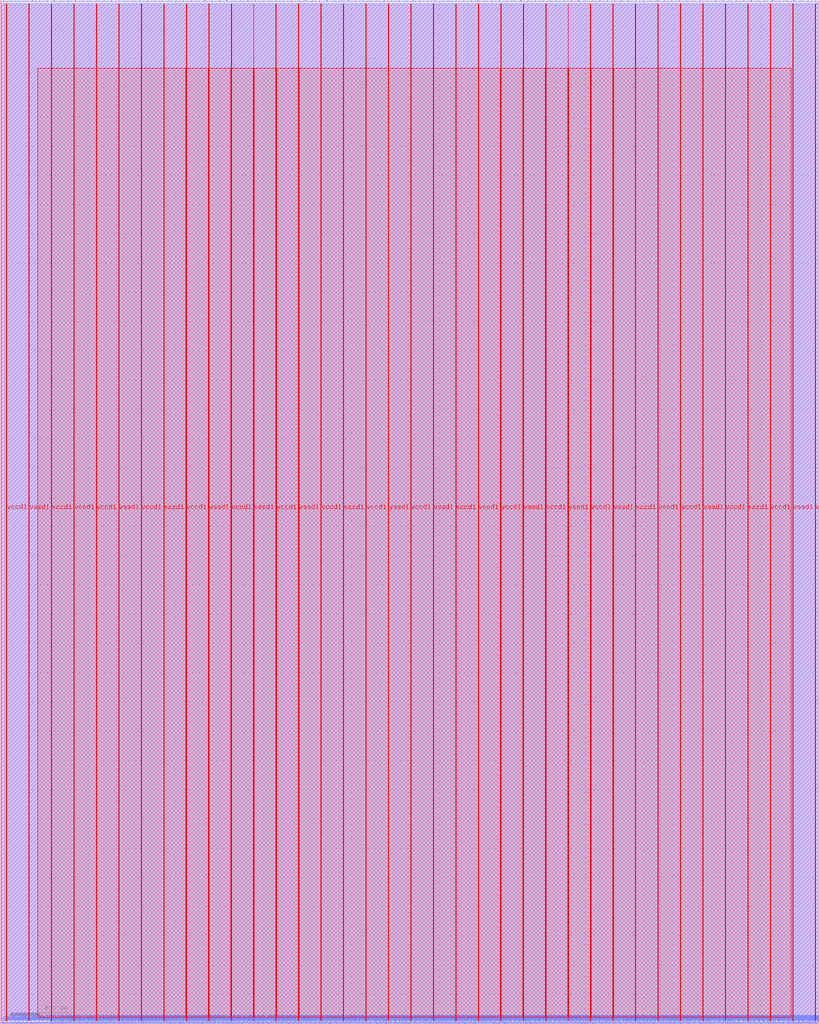
<source format=lef>
VERSION 5.7 ;
  NOWIREEXTENSIONATPIN ON ;
  DIVIDERCHAR "/" ;
  BUSBITCHARS "[]" ;
MACRO user_proj
  CLASS BLOCK ;
  FOREIGN user_proj ;
  ORIGIN 0.000 0.000 ;
  SIZE 2800.000 BY 3500.000 ;
  PIN io_in[0]
    DIRECTION INPUT ;
    USE SIGNAL ;
    PORT
      LAYER met2 ;
        RECT 12.050 3496.000 12.330 3500.000 ;
    END
  END io_in[0]
  PIN io_in[10]
    DIRECTION INPUT ;
    USE SIGNAL ;
    PORT
      LAYER met2 ;
        RECT 748.510 3496.000 748.790 3500.000 ;
    END
  END io_in[10]
  PIN io_in[11]
    DIRECTION INPUT ;
    USE SIGNAL ;
    PORT
      LAYER met2 ;
        RECT 822.570 3496.000 822.850 3500.000 ;
    END
  END io_in[11]
  PIN io_in[12]
    DIRECTION INPUT ;
    USE SIGNAL ;
    PORT
      LAYER met2 ;
        RECT 896.170 3496.000 896.450 3500.000 ;
    END
  END io_in[12]
  PIN io_in[13]
    DIRECTION INPUT ;
    USE SIGNAL ;
    PORT
      LAYER met2 ;
        RECT 969.770 3496.000 970.050 3500.000 ;
    END
  END io_in[13]
  PIN io_in[14]
    DIRECTION INPUT ;
    USE SIGNAL ;
    PORT
      LAYER met2 ;
        RECT 1043.370 3496.000 1043.650 3500.000 ;
    END
  END io_in[14]
  PIN io_in[15]
    DIRECTION INPUT ;
    USE SIGNAL ;
    PORT
      LAYER met2 ;
        RECT 1116.970 3496.000 1117.250 3500.000 ;
    END
  END io_in[15]
  PIN io_in[16]
    DIRECTION INPUT ;
    USE SIGNAL ;
    PORT
      LAYER met2 ;
        RECT 1190.570 3496.000 1190.850 3500.000 ;
    END
  END io_in[16]
  PIN io_in[17]
    DIRECTION INPUT ;
    USE SIGNAL ;
    PORT
      LAYER met2 ;
        RECT 1264.630 3496.000 1264.910 3500.000 ;
    END
  END io_in[17]
  PIN io_in[18]
    DIRECTION INPUT ;
    USE SIGNAL ;
    PORT
      LAYER met2 ;
        RECT 1338.230 3496.000 1338.510 3500.000 ;
    END
  END io_in[18]
  PIN io_in[19]
    DIRECTION INPUT ;
    USE SIGNAL ;
    PORT
      LAYER met2 ;
        RECT 1411.830 3496.000 1412.110 3500.000 ;
    END
  END io_in[19]
  PIN io_in[1]
    DIRECTION INPUT ;
    USE SIGNAL ;
    PORT
      LAYER met2 ;
        RECT 85.650 3496.000 85.930 3500.000 ;
    END
  END io_in[1]
  PIN io_in[20]
    DIRECTION INPUT ;
    USE SIGNAL ;
    PORT
      LAYER met2 ;
        RECT 1485.430 3496.000 1485.710 3500.000 ;
    END
  END io_in[20]
  PIN io_in[21]
    DIRECTION INPUT ;
    USE SIGNAL ;
    PORT
      LAYER met2 ;
        RECT 1559.030 3496.000 1559.310 3500.000 ;
    END
  END io_in[21]
  PIN io_in[22]
    DIRECTION INPUT ;
    USE SIGNAL ;
    PORT
      LAYER met2 ;
        RECT 1633.090 3496.000 1633.370 3500.000 ;
    END
  END io_in[22]
  PIN io_in[23]
    DIRECTION INPUT ;
    USE SIGNAL ;
    PORT
      LAYER met2 ;
        RECT 1706.690 3496.000 1706.970 3500.000 ;
    END
  END io_in[23]
  PIN io_in[24]
    DIRECTION INPUT ;
    USE SIGNAL ;
    PORT
      LAYER met2 ;
        RECT 1780.290 3496.000 1780.570 3500.000 ;
    END
  END io_in[24]
  PIN io_in[25]
    DIRECTION INPUT ;
    USE SIGNAL ;
    PORT
      LAYER met2 ;
        RECT 1853.890 3496.000 1854.170 3500.000 ;
    END
  END io_in[25]
  PIN io_in[26]
    DIRECTION INPUT ;
    USE SIGNAL ;
    PORT
      LAYER met2 ;
        RECT 1927.490 3496.000 1927.770 3500.000 ;
    END
  END io_in[26]
  PIN io_in[27]
    DIRECTION INPUT ;
    USE SIGNAL ;
    PORT
      LAYER met2 ;
        RECT 2001.090 3496.000 2001.370 3500.000 ;
    END
  END io_in[27]
  PIN io_in[28]
    DIRECTION INPUT ;
    USE SIGNAL ;
    PORT
      LAYER met2 ;
        RECT 2075.150 3496.000 2075.430 3500.000 ;
    END
  END io_in[28]
  PIN io_in[29]
    DIRECTION INPUT ;
    USE SIGNAL ;
    PORT
      LAYER met2 ;
        RECT 2148.750 3496.000 2149.030 3500.000 ;
    END
  END io_in[29]
  PIN io_in[2]
    DIRECTION INPUT ;
    USE SIGNAL ;
    PORT
      LAYER met2 ;
        RECT 159.250 3496.000 159.530 3500.000 ;
    END
  END io_in[2]
  PIN io_in[30]
    DIRECTION INPUT ;
    USE SIGNAL ;
    PORT
      LAYER met2 ;
        RECT 2222.350 3496.000 2222.630 3500.000 ;
    END
  END io_in[30]
  PIN io_in[31]
    DIRECTION INPUT ;
    USE SIGNAL ;
    PORT
      LAYER met2 ;
        RECT 2295.950 3496.000 2296.230 3500.000 ;
    END
  END io_in[31]
  PIN io_in[32]
    DIRECTION INPUT ;
    USE SIGNAL ;
    PORT
      LAYER met2 ;
        RECT 2369.550 3496.000 2369.830 3500.000 ;
    END
  END io_in[32]
  PIN io_in[33]
    DIRECTION INPUT ;
    USE SIGNAL ;
    PORT
      LAYER met2 ;
        RECT 2443.610 3496.000 2443.890 3500.000 ;
    END
  END io_in[33]
  PIN io_in[34]
    DIRECTION INPUT ;
    USE SIGNAL ;
    PORT
      LAYER met2 ;
        RECT 2517.210 3496.000 2517.490 3500.000 ;
    END
  END io_in[34]
  PIN io_in[35]
    DIRECTION INPUT ;
    USE SIGNAL ;
    PORT
      LAYER met2 ;
        RECT 2590.810 3496.000 2591.090 3500.000 ;
    END
  END io_in[35]
  PIN io_in[36]
    DIRECTION INPUT ;
    USE SIGNAL ;
    PORT
      LAYER met2 ;
        RECT 2664.410 3496.000 2664.690 3500.000 ;
    END
  END io_in[36]
  PIN io_in[37]
    DIRECTION INPUT ;
    USE SIGNAL ;
    PORT
      LAYER met2 ;
        RECT 2738.010 3496.000 2738.290 3500.000 ;
    END
  END io_in[37]
  PIN io_in[3]
    DIRECTION INPUT ;
    USE SIGNAL ;
    PORT
      LAYER met2 ;
        RECT 232.850 3496.000 233.130 3500.000 ;
    END
  END io_in[3]
  PIN io_in[4]
    DIRECTION INPUT ;
    USE SIGNAL ;
    PORT
      LAYER met2 ;
        RECT 306.450 3496.000 306.730 3500.000 ;
    END
  END io_in[4]
  PIN io_in[5]
    DIRECTION INPUT ;
    USE SIGNAL ;
    PORT
      LAYER met2 ;
        RECT 380.050 3496.000 380.330 3500.000 ;
    END
  END io_in[5]
  PIN io_in[6]
    DIRECTION INPUT ;
    USE SIGNAL ;
    PORT
      LAYER met2 ;
        RECT 454.110 3496.000 454.390 3500.000 ;
    END
  END io_in[6]
  PIN io_in[7]
    DIRECTION INPUT ;
    USE SIGNAL ;
    PORT
      LAYER met2 ;
        RECT 527.710 3496.000 527.990 3500.000 ;
    END
  END io_in[7]
  PIN io_in[8]
    DIRECTION INPUT ;
    USE SIGNAL ;
    PORT
      LAYER met2 ;
        RECT 601.310 3496.000 601.590 3500.000 ;
    END
  END io_in[8]
  PIN io_in[9]
    DIRECTION INPUT ;
    USE SIGNAL ;
    PORT
      LAYER met2 ;
        RECT 674.910 3496.000 675.190 3500.000 ;
    END
  END io_in[9]
  PIN io_oeb[0]
    DIRECTION OUTPUT TRISTATE ;
    USE SIGNAL ;
    PORT
      LAYER met2 ;
        RECT 36.430 3496.000 36.710 3500.000 ;
    END
  END io_oeb[0]
  PIN io_oeb[10]
    DIRECTION OUTPUT TRISTATE ;
    USE SIGNAL ;
    PORT
      LAYER met2 ;
        RECT 773.350 3496.000 773.630 3500.000 ;
    END
  END io_oeb[10]
  PIN io_oeb[11]
    DIRECTION OUTPUT TRISTATE ;
    USE SIGNAL ;
    PORT
      LAYER met2 ;
        RECT 846.950 3496.000 847.230 3500.000 ;
    END
  END io_oeb[11]
  PIN io_oeb[12]
    DIRECTION OUTPUT TRISTATE ;
    USE SIGNAL ;
    PORT
      LAYER met2 ;
        RECT 920.550 3496.000 920.830 3500.000 ;
    END
  END io_oeb[12]
  PIN io_oeb[13]
    DIRECTION OUTPUT TRISTATE ;
    USE SIGNAL ;
    PORT
      LAYER met2 ;
        RECT 994.150 3496.000 994.430 3500.000 ;
    END
  END io_oeb[13]
  PIN io_oeb[14]
    DIRECTION OUTPUT TRISTATE ;
    USE SIGNAL ;
    PORT
      LAYER met2 ;
        RECT 1067.750 3496.000 1068.030 3500.000 ;
    END
  END io_oeb[14]
  PIN io_oeb[15]
    DIRECTION OUTPUT TRISTATE ;
    USE SIGNAL ;
    PORT
      LAYER met2 ;
        RECT 1141.810 3496.000 1142.090 3500.000 ;
    END
  END io_oeb[15]
  PIN io_oeb[16]
    DIRECTION OUTPUT TRISTATE ;
    USE SIGNAL ;
    PORT
      LAYER met2 ;
        RECT 1215.410 3496.000 1215.690 3500.000 ;
    END
  END io_oeb[16]
  PIN io_oeb[17]
    DIRECTION OUTPUT TRISTATE ;
    USE SIGNAL ;
    PORT
      LAYER met2 ;
        RECT 1289.010 3496.000 1289.290 3500.000 ;
    END
  END io_oeb[17]
  PIN io_oeb[18]
    DIRECTION OUTPUT TRISTATE ;
    USE SIGNAL ;
    PORT
      LAYER met2 ;
        RECT 1362.610 3496.000 1362.890 3500.000 ;
    END
  END io_oeb[18]
  PIN io_oeb[19]
    DIRECTION OUTPUT TRISTATE ;
    USE SIGNAL ;
    PORT
      LAYER met2 ;
        RECT 1436.210 3496.000 1436.490 3500.000 ;
    END
  END io_oeb[19]
  PIN io_oeb[1]
    DIRECTION OUTPUT TRISTATE ;
    USE SIGNAL ;
    PORT
      LAYER met2 ;
        RECT 110.030 3496.000 110.310 3500.000 ;
    END
  END io_oeb[1]
  PIN io_oeb[20]
    DIRECTION OUTPUT TRISTATE ;
    USE SIGNAL ;
    PORT
      LAYER met2 ;
        RECT 1510.270 3496.000 1510.550 3500.000 ;
    END
  END io_oeb[20]
  PIN io_oeb[21]
    DIRECTION OUTPUT TRISTATE ;
    USE SIGNAL ;
    PORT
      LAYER met2 ;
        RECT 1583.870 3496.000 1584.150 3500.000 ;
    END
  END io_oeb[21]
  PIN io_oeb[22]
    DIRECTION OUTPUT TRISTATE ;
    USE SIGNAL ;
    PORT
      LAYER met2 ;
        RECT 1657.470 3496.000 1657.750 3500.000 ;
    END
  END io_oeb[22]
  PIN io_oeb[23]
    DIRECTION OUTPUT TRISTATE ;
    USE SIGNAL ;
    PORT
      LAYER met2 ;
        RECT 1731.070 3496.000 1731.350 3500.000 ;
    END
  END io_oeb[23]
  PIN io_oeb[24]
    DIRECTION OUTPUT TRISTATE ;
    USE SIGNAL ;
    PORT
      LAYER met2 ;
        RECT 1804.670 3496.000 1804.950 3500.000 ;
    END
  END io_oeb[24]
  PIN io_oeb[25]
    DIRECTION OUTPUT TRISTATE ;
    USE SIGNAL ;
    PORT
      LAYER met2 ;
        RECT 1878.730 3496.000 1879.010 3500.000 ;
    END
  END io_oeb[25]
  PIN io_oeb[26]
    DIRECTION OUTPUT TRISTATE ;
    USE SIGNAL ;
    PORT
      LAYER met2 ;
        RECT 1952.330 3496.000 1952.610 3500.000 ;
    END
  END io_oeb[26]
  PIN io_oeb[27]
    DIRECTION OUTPUT TRISTATE ;
    USE SIGNAL ;
    PORT
      LAYER met2 ;
        RECT 2025.930 3496.000 2026.210 3500.000 ;
    END
  END io_oeb[27]
  PIN io_oeb[28]
    DIRECTION OUTPUT TRISTATE ;
    USE SIGNAL ;
    PORT
      LAYER met2 ;
        RECT 2099.530 3496.000 2099.810 3500.000 ;
    END
  END io_oeb[28]
  PIN io_oeb[29]
    DIRECTION OUTPUT TRISTATE ;
    USE SIGNAL ;
    PORT
      LAYER met2 ;
        RECT 2173.130 3496.000 2173.410 3500.000 ;
    END
  END io_oeb[29]
  PIN io_oeb[2]
    DIRECTION OUTPUT TRISTATE ;
    USE SIGNAL ;
    PORT
      LAYER met2 ;
        RECT 183.630 3496.000 183.910 3500.000 ;
    END
  END io_oeb[2]
  PIN io_oeb[30]
    DIRECTION OUTPUT TRISTATE ;
    USE SIGNAL ;
    PORT
      LAYER met2 ;
        RECT 2246.730 3496.000 2247.010 3500.000 ;
    END
  END io_oeb[30]
  PIN io_oeb[31]
    DIRECTION OUTPUT TRISTATE ;
    USE SIGNAL ;
    PORT
      LAYER met2 ;
        RECT 2320.790 3496.000 2321.070 3500.000 ;
    END
  END io_oeb[31]
  PIN io_oeb[32]
    DIRECTION OUTPUT TRISTATE ;
    USE SIGNAL ;
    PORT
      LAYER met2 ;
        RECT 2394.390 3496.000 2394.670 3500.000 ;
    END
  END io_oeb[32]
  PIN io_oeb[33]
    DIRECTION OUTPUT TRISTATE ;
    USE SIGNAL ;
    PORT
      LAYER met2 ;
        RECT 2467.990 3496.000 2468.270 3500.000 ;
    END
  END io_oeb[33]
  PIN io_oeb[34]
    DIRECTION OUTPUT TRISTATE ;
    USE SIGNAL ;
    PORT
      LAYER met2 ;
        RECT 2541.590 3496.000 2541.870 3500.000 ;
    END
  END io_oeb[34]
  PIN io_oeb[35]
    DIRECTION OUTPUT TRISTATE ;
    USE SIGNAL ;
    PORT
      LAYER met2 ;
        RECT 2615.190 3496.000 2615.470 3500.000 ;
    END
  END io_oeb[35]
  PIN io_oeb[36]
    DIRECTION OUTPUT TRISTATE ;
    USE SIGNAL ;
    PORT
      LAYER met2 ;
        RECT 2689.250 3496.000 2689.530 3500.000 ;
    END
  END io_oeb[36]
  PIN io_oeb[37]
    DIRECTION OUTPUT TRISTATE ;
    USE SIGNAL ;
    PORT
      LAYER met2 ;
        RECT 2762.850 3496.000 2763.130 3500.000 ;
    END
  END io_oeb[37]
  PIN io_oeb[3]
    DIRECTION OUTPUT TRISTATE ;
    USE SIGNAL ;
    PORT
      LAYER met2 ;
        RECT 257.230 3496.000 257.510 3500.000 ;
    END
  END io_oeb[3]
  PIN io_oeb[4]
    DIRECTION OUTPUT TRISTATE ;
    USE SIGNAL ;
    PORT
      LAYER met2 ;
        RECT 331.290 3496.000 331.570 3500.000 ;
    END
  END io_oeb[4]
  PIN io_oeb[5]
    DIRECTION OUTPUT TRISTATE ;
    USE SIGNAL ;
    PORT
      LAYER met2 ;
        RECT 404.890 3496.000 405.170 3500.000 ;
    END
  END io_oeb[5]
  PIN io_oeb[6]
    DIRECTION OUTPUT TRISTATE ;
    USE SIGNAL ;
    PORT
      LAYER met2 ;
        RECT 478.490 3496.000 478.770 3500.000 ;
    END
  END io_oeb[6]
  PIN io_oeb[7]
    DIRECTION OUTPUT TRISTATE ;
    USE SIGNAL ;
    PORT
      LAYER met2 ;
        RECT 552.090 3496.000 552.370 3500.000 ;
    END
  END io_oeb[7]
  PIN io_oeb[8]
    DIRECTION OUTPUT TRISTATE ;
    USE SIGNAL ;
    PORT
      LAYER met2 ;
        RECT 625.690 3496.000 625.970 3500.000 ;
    END
  END io_oeb[8]
  PIN io_oeb[9]
    DIRECTION OUTPUT TRISTATE ;
    USE SIGNAL ;
    PORT
      LAYER met2 ;
        RECT 699.750 3496.000 700.030 3500.000 ;
    END
  END io_oeb[9]
  PIN io_out[0]
    DIRECTION OUTPUT TRISTATE ;
    USE SIGNAL ;
    PORT
      LAYER met2 ;
        RECT 60.810 3496.000 61.090 3500.000 ;
    END
  END io_out[0]
  PIN io_out[10]
    DIRECTION OUTPUT TRISTATE ;
    USE SIGNAL ;
    PORT
      LAYER met2 ;
        RECT 797.730 3496.000 798.010 3500.000 ;
    END
  END io_out[10]
  PIN io_out[11]
    DIRECTION OUTPUT TRISTATE ;
    USE SIGNAL ;
    PORT
      LAYER met2 ;
        RECT 871.330 3496.000 871.610 3500.000 ;
    END
  END io_out[11]
  PIN io_out[12]
    DIRECTION OUTPUT TRISTATE ;
    USE SIGNAL ;
    PORT
      LAYER met2 ;
        RECT 945.390 3496.000 945.670 3500.000 ;
    END
  END io_out[12]
  PIN io_out[13]
    DIRECTION OUTPUT TRISTATE ;
    USE SIGNAL ;
    PORT
      LAYER met2 ;
        RECT 1018.990 3496.000 1019.270 3500.000 ;
    END
  END io_out[13]
  PIN io_out[14]
    DIRECTION OUTPUT TRISTATE ;
    USE SIGNAL ;
    PORT
      LAYER met2 ;
        RECT 1092.590 3496.000 1092.870 3500.000 ;
    END
  END io_out[14]
  PIN io_out[15]
    DIRECTION OUTPUT TRISTATE ;
    USE SIGNAL ;
    PORT
      LAYER met2 ;
        RECT 1166.190 3496.000 1166.470 3500.000 ;
    END
  END io_out[15]
  PIN io_out[16]
    DIRECTION OUTPUT TRISTATE ;
    USE SIGNAL ;
    PORT
      LAYER met2 ;
        RECT 1239.790 3496.000 1240.070 3500.000 ;
    END
  END io_out[16]
  PIN io_out[17]
    DIRECTION OUTPUT TRISTATE ;
    USE SIGNAL ;
    PORT
      LAYER met2 ;
        RECT 1313.390 3496.000 1313.670 3500.000 ;
    END
  END io_out[17]
  PIN io_out[18]
    DIRECTION OUTPUT TRISTATE ;
    USE SIGNAL ;
    PORT
      LAYER met2 ;
        RECT 1387.450 3496.000 1387.730 3500.000 ;
    END
  END io_out[18]
  PIN io_out[19]
    DIRECTION OUTPUT TRISTATE ;
    USE SIGNAL ;
    PORT
      LAYER met2 ;
        RECT 1461.050 3496.000 1461.330 3500.000 ;
    END
  END io_out[19]
  PIN io_out[1]
    DIRECTION OUTPUT TRISTATE ;
    USE SIGNAL ;
    PORT
      LAYER met2 ;
        RECT 134.410 3496.000 134.690 3500.000 ;
    END
  END io_out[1]
  PIN io_out[20]
    DIRECTION OUTPUT TRISTATE ;
    USE SIGNAL ;
    PORT
      LAYER met2 ;
        RECT 1534.650 3496.000 1534.930 3500.000 ;
    END
  END io_out[20]
  PIN io_out[21]
    DIRECTION OUTPUT TRISTATE ;
    USE SIGNAL ;
    PORT
      LAYER met2 ;
        RECT 1608.250 3496.000 1608.530 3500.000 ;
    END
  END io_out[21]
  PIN io_out[22]
    DIRECTION OUTPUT TRISTATE ;
    USE SIGNAL ;
    PORT
      LAYER met2 ;
        RECT 1681.850 3496.000 1682.130 3500.000 ;
    END
  END io_out[22]
  PIN io_out[23]
    DIRECTION OUTPUT TRISTATE ;
    USE SIGNAL ;
    PORT
      LAYER met2 ;
        RECT 1755.910 3496.000 1756.190 3500.000 ;
    END
  END io_out[23]
  PIN io_out[24]
    DIRECTION OUTPUT TRISTATE ;
    USE SIGNAL ;
    PORT
      LAYER met2 ;
        RECT 1829.510 3496.000 1829.790 3500.000 ;
    END
  END io_out[24]
  PIN io_out[25]
    DIRECTION OUTPUT TRISTATE ;
    USE SIGNAL ;
    PORT
      LAYER met2 ;
        RECT 1903.110 3496.000 1903.390 3500.000 ;
    END
  END io_out[25]
  PIN io_out[26]
    DIRECTION OUTPUT TRISTATE ;
    USE SIGNAL ;
    PORT
      LAYER met2 ;
        RECT 1976.710 3496.000 1976.990 3500.000 ;
    END
  END io_out[26]
  PIN io_out[27]
    DIRECTION OUTPUT TRISTATE ;
    USE SIGNAL ;
    PORT
      LAYER met2 ;
        RECT 2050.310 3496.000 2050.590 3500.000 ;
    END
  END io_out[27]
  PIN io_out[28]
    DIRECTION OUTPUT TRISTATE ;
    USE SIGNAL ;
    PORT
      LAYER met2 ;
        RECT 2123.910 3496.000 2124.190 3500.000 ;
    END
  END io_out[28]
  PIN io_out[29]
    DIRECTION OUTPUT TRISTATE ;
    USE SIGNAL ;
    PORT
      LAYER met2 ;
        RECT 2197.970 3496.000 2198.250 3500.000 ;
    END
  END io_out[29]
  PIN io_out[2]
    DIRECTION OUTPUT TRISTATE ;
    USE SIGNAL ;
    PORT
      LAYER met2 ;
        RECT 208.470 3496.000 208.750 3500.000 ;
    END
  END io_out[2]
  PIN io_out[30]
    DIRECTION OUTPUT TRISTATE ;
    USE SIGNAL ;
    PORT
      LAYER met2 ;
        RECT 2271.570 3496.000 2271.850 3500.000 ;
    END
  END io_out[30]
  PIN io_out[31]
    DIRECTION OUTPUT TRISTATE ;
    USE SIGNAL ;
    PORT
      LAYER met2 ;
        RECT 2345.170 3496.000 2345.450 3500.000 ;
    END
  END io_out[31]
  PIN io_out[32]
    DIRECTION OUTPUT TRISTATE ;
    USE SIGNAL ;
    PORT
      LAYER met2 ;
        RECT 2418.770 3496.000 2419.050 3500.000 ;
    END
  END io_out[32]
  PIN io_out[33]
    DIRECTION OUTPUT TRISTATE ;
    USE SIGNAL ;
    PORT
      LAYER met2 ;
        RECT 2492.370 3496.000 2492.650 3500.000 ;
    END
  END io_out[33]
  PIN io_out[34]
    DIRECTION OUTPUT TRISTATE ;
    USE SIGNAL ;
    PORT
      LAYER met2 ;
        RECT 2566.430 3496.000 2566.710 3500.000 ;
    END
  END io_out[34]
  PIN io_out[35]
    DIRECTION OUTPUT TRISTATE ;
    USE SIGNAL ;
    PORT
      LAYER met2 ;
        RECT 2640.030 3496.000 2640.310 3500.000 ;
    END
  END io_out[35]
  PIN io_out[36]
    DIRECTION OUTPUT TRISTATE ;
    USE SIGNAL ;
    PORT
      LAYER met2 ;
        RECT 2713.630 3496.000 2713.910 3500.000 ;
    END
  END io_out[36]
  PIN io_out[37]
    DIRECTION OUTPUT TRISTATE ;
    USE SIGNAL ;
    PORT
      LAYER met2 ;
        RECT 2787.230 3496.000 2787.510 3500.000 ;
    END
  END io_out[37]
  PIN io_out[3]
    DIRECTION OUTPUT TRISTATE ;
    USE SIGNAL ;
    PORT
      LAYER met2 ;
        RECT 282.070 3496.000 282.350 3500.000 ;
    END
  END io_out[3]
  PIN io_out[4]
    DIRECTION OUTPUT TRISTATE ;
    USE SIGNAL ;
    PORT
      LAYER met2 ;
        RECT 355.670 3496.000 355.950 3500.000 ;
    END
  END io_out[4]
  PIN io_out[5]
    DIRECTION OUTPUT TRISTATE ;
    USE SIGNAL ;
    PORT
      LAYER met2 ;
        RECT 429.270 3496.000 429.550 3500.000 ;
    END
  END io_out[5]
  PIN io_out[6]
    DIRECTION OUTPUT TRISTATE ;
    USE SIGNAL ;
    PORT
      LAYER met2 ;
        RECT 502.870 3496.000 503.150 3500.000 ;
    END
  END io_out[6]
  PIN io_out[7]
    DIRECTION OUTPUT TRISTATE ;
    USE SIGNAL ;
    PORT
      LAYER met2 ;
        RECT 576.930 3496.000 577.210 3500.000 ;
    END
  END io_out[7]
  PIN io_out[8]
    DIRECTION OUTPUT TRISTATE ;
    USE SIGNAL ;
    PORT
      LAYER met2 ;
        RECT 650.530 3496.000 650.810 3500.000 ;
    END
  END io_out[8]
  PIN io_out[9]
    DIRECTION OUTPUT TRISTATE ;
    USE SIGNAL ;
    PORT
      LAYER met2 ;
        RECT 724.130 3496.000 724.410 3500.000 ;
    END
  END io_out[9]
  PIN irq[0]
    DIRECTION OUTPUT TRISTATE ;
    USE SIGNAL ;
    PORT
      LAYER met2 ;
        RECT 2785.390 0.000 2785.670 4.000 ;
    END
  END irq[0]
  PIN irq[1]
    DIRECTION OUTPUT TRISTATE ;
    USE SIGNAL ;
    PORT
      LAYER met2 ;
        RECT 2791.370 0.000 2791.650 4.000 ;
    END
  END irq[1]
  PIN irq[2]
    DIRECTION OUTPUT TRISTATE ;
    USE SIGNAL ;
    PORT
      LAYER met2 ;
        RECT 2796.890 0.000 2797.170 4.000 ;
    END
  END irq[2]
  PIN la_data_in[0]
    DIRECTION INPUT ;
    USE SIGNAL ;
    PORT
      LAYER met2 ;
        RECT 604.530 0.000 604.810 4.000 ;
    END
  END la_data_in[0]
  PIN la_data_in[100]
    DIRECTION INPUT ;
    USE SIGNAL ;
    PORT
      LAYER met2 ;
        RECT 2308.370 0.000 2308.650 4.000 ;
    END
  END la_data_in[100]
  PIN la_data_in[101]
    DIRECTION INPUT ;
    USE SIGNAL ;
    PORT
      LAYER met2 ;
        RECT 2325.390 0.000 2325.670 4.000 ;
    END
  END la_data_in[101]
  PIN la_data_in[102]
    DIRECTION INPUT ;
    USE SIGNAL ;
    PORT
      LAYER met2 ;
        RECT 2342.410 0.000 2342.690 4.000 ;
    END
  END la_data_in[102]
  PIN la_data_in[103]
    DIRECTION INPUT ;
    USE SIGNAL ;
    PORT
      LAYER met2 ;
        RECT 2359.430 0.000 2359.710 4.000 ;
    END
  END la_data_in[103]
  PIN la_data_in[104]
    DIRECTION INPUT ;
    USE SIGNAL ;
    PORT
      LAYER met2 ;
        RECT 2376.450 0.000 2376.730 4.000 ;
    END
  END la_data_in[104]
  PIN la_data_in[105]
    DIRECTION INPUT ;
    USE SIGNAL ;
    PORT
      LAYER met2 ;
        RECT 2393.930 0.000 2394.210 4.000 ;
    END
  END la_data_in[105]
  PIN la_data_in[106]
    DIRECTION INPUT ;
    USE SIGNAL ;
    PORT
      LAYER met2 ;
        RECT 2410.950 0.000 2411.230 4.000 ;
    END
  END la_data_in[106]
  PIN la_data_in[107]
    DIRECTION INPUT ;
    USE SIGNAL ;
    PORT
      LAYER met2 ;
        RECT 2427.970 0.000 2428.250 4.000 ;
    END
  END la_data_in[107]
  PIN la_data_in[108]
    DIRECTION INPUT ;
    USE SIGNAL ;
    PORT
      LAYER met2 ;
        RECT 2444.990 0.000 2445.270 4.000 ;
    END
  END la_data_in[108]
  PIN la_data_in[109]
    DIRECTION INPUT ;
    USE SIGNAL ;
    PORT
      LAYER met2 ;
        RECT 2462.010 0.000 2462.290 4.000 ;
    END
  END la_data_in[109]
  PIN la_data_in[10]
    DIRECTION INPUT ;
    USE SIGNAL ;
    PORT
      LAYER met2 ;
        RECT 775.190 0.000 775.470 4.000 ;
    END
  END la_data_in[10]
  PIN la_data_in[110]
    DIRECTION INPUT ;
    USE SIGNAL ;
    PORT
      LAYER met2 ;
        RECT 2479.030 0.000 2479.310 4.000 ;
    END
  END la_data_in[110]
  PIN la_data_in[111]
    DIRECTION INPUT ;
    USE SIGNAL ;
    PORT
      LAYER met2 ;
        RECT 2496.050 0.000 2496.330 4.000 ;
    END
  END la_data_in[111]
  PIN la_data_in[112]
    DIRECTION INPUT ;
    USE SIGNAL ;
    PORT
      LAYER met2 ;
        RECT 2513.070 0.000 2513.350 4.000 ;
    END
  END la_data_in[112]
  PIN la_data_in[113]
    DIRECTION INPUT ;
    USE SIGNAL ;
    PORT
      LAYER met2 ;
        RECT 2530.090 0.000 2530.370 4.000 ;
    END
  END la_data_in[113]
  PIN la_data_in[114]
    DIRECTION INPUT ;
    USE SIGNAL ;
    PORT
      LAYER met2 ;
        RECT 2547.110 0.000 2547.390 4.000 ;
    END
  END la_data_in[114]
  PIN la_data_in[115]
    DIRECTION INPUT ;
    USE SIGNAL ;
    PORT
      LAYER met2 ;
        RECT 2564.130 0.000 2564.410 4.000 ;
    END
  END la_data_in[115]
  PIN la_data_in[116]
    DIRECTION INPUT ;
    USE SIGNAL ;
    PORT
      LAYER met2 ;
        RECT 2581.150 0.000 2581.430 4.000 ;
    END
  END la_data_in[116]
  PIN la_data_in[117]
    DIRECTION INPUT ;
    USE SIGNAL ;
    PORT
      LAYER met2 ;
        RECT 2598.170 0.000 2598.450 4.000 ;
    END
  END la_data_in[117]
  PIN la_data_in[118]
    DIRECTION INPUT ;
    USE SIGNAL ;
    PORT
      LAYER met2 ;
        RECT 2615.190 0.000 2615.470 4.000 ;
    END
  END la_data_in[118]
  PIN la_data_in[119]
    DIRECTION INPUT ;
    USE SIGNAL ;
    PORT
      LAYER met2 ;
        RECT 2632.210 0.000 2632.490 4.000 ;
    END
  END la_data_in[119]
  PIN la_data_in[11]
    DIRECTION INPUT ;
    USE SIGNAL ;
    PORT
      LAYER met2 ;
        RECT 792.210 0.000 792.490 4.000 ;
    END
  END la_data_in[11]
  PIN la_data_in[120]
    DIRECTION INPUT ;
    USE SIGNAL ;
    PORT
      LAYER met2 ;
        RECT 2649.230 0.000 2649.510 4.000 ;
    END
  END la_data_in[120]
  PIN la_data_in[121]
    DIRECTION INPUT ;
    USE SIGNAL ;
    PORT
      LAYER met2 ;
        RECT 2666.250 0.000 2666.530 4.000 ;
    END
  END la_data_in[121]
  PIN la_data_in[122]
    DIRECTION INPUT ;
    USE SIGNAL ;
    PORT
      LAYER met2 ;
        RECT 2683.270 0.000 2683.550 4.000 ;
    END
  END la_data_in[122]
  PIN la_data_in[123]
    DIRECTION INPUT ;
    USE SIGNAL ;
    PORT
      LAYER met2 ;
        RECT 2700.290 0.000 2700.570 4.000 ;
    END
  END la_data_in[123]
  PIN la_data_in[124]
    DIRECTION INPUT ;
    USE SIGNAL ;
    PORT
      LAYER met2 ;
        RECT 2717.310 0.000 2717.590 4.000 ;
    END
  END la_data_in[124]
  PIN la_data_in[125]
    DIRECTION INPUT ;
    USE SIGNAL ;
    PORT
      LAYER met2 ;
        RECT 2734.330 0.000 2734.610 4.000 ;
    END
  END la_data_in[125]
  PIN la_data_in[126]
    DIRECTION INPUT ;
    USE SIGNAL ;
    PORT
      LAYER met2 ;
        RECT 2751.350 0.000 2751.630 4.000 ;
    END
  END la_data_in[126]
  PIN la_data_in[127]
    DIRECTION INPUT ;
    USE SIGNAL ;
    PORT
      LAYER met2 ;
        RECT 2768.370 0.000 2768.650 4.000 ;
    END
  END la_data_in[127]
  PIN la_data_in[12]
    DIRECTION INPUT ;
    USE SIGNAL ;
    PORT
      LAYER met2 ;
        RECT 809.230 0.000 809.510 4.000 ;
    END
  END la_data_in[12]
  PIN la_data_in[13]
    DIRECTION INPUT ;
    USE SIGNAL ;
    PORT
      LAYER met2 ;
        RECT 826.250 0.000 826.530 4.000 ;
    END
  END la_data_in[13]
  PIN la_data_in[14]
    DIRECTION INPUT ;
    USE SIGNAL ;
    PORT
      LAYER met2 ;
        RECT 843.270 0.000 843.550 4.000 ;
    END
  END la_data_in[14]
  PIN la_data_in[15]
    DIRECTION INPUT ;
    USE SIGNAL ;
    PORT
      LAYER met2 ;
        RECT 860.290 0.000 860.570 4.000 ;
    END
  END la_data_in[15]
  PIN la_data_in[16]
    DIRECTION INPUT ;
    USE SIGNAL ;
    PORT
      LAYER met2 ;
        RECT 877.310 0.000 877.590 4.000 ;
    END
  END la_data_in[16]
  PIN la_data_in[17]
    DIRECTION INPUT ;
    USE SIGNAL ;
    PORT
      LAYER met2 ;
        RECT 894.330 0.000 894.610 4.000 ;
    END
  END la_data_in[17]
  PIN la_data_in[18]
    DIRECTION INPUT ;
    USE SIGNAL ;
    PORT
      LAYER met2 ;
        RECT 911.350 0.000 911.630 4.000 ;
    END
  END la_data_in[18]
  PIN la_data_in[19]
    DIRECTION INPUT ;
    USE SIGNAL ;
    PORT
      LAYER met2 ;
        RECT 928.370 0.000 928.650 4.000 ;
    END
  END la_data_in[19]
  PIN la_data_in[1]
    DIRECTION INPUT ;
    USE SIGNAL ;
    PORT
      LAYER met2 ;
        RECT 621.550 0.000 621.830 4.000 ;
    END
  END la_data_in[1]
  PIN la_data_in[20]
    DIRECTION INPUT ;
    USE SIGNAL ;
    PORT
      LAYER met2 ;
        RECT 945.390 0.000 945.670 4.000 ;
    END
  END la_data_in[20]
  PIN la_data_in[21]
    DIRECTION INPUT ;
    USE SIGNAL ;
    PORT
      LAYER met2 ;
        RECT 962.410 0.000 962.690 4.000 ;
    END
  END la_data_in[21]
  PIN la_data_in[22]
    DIRECTION INPUT ;
    USE SIGNAL ;
    PORT
      LAYER met2 ;
        RECT 979.430 0.000 979.710 4.000 ;
    END
  END la_data_in[22]
  PIN la_data_in[23]
    DIRECTION INPUT ;
    USE SIGNAL ;
    PORT
      LAYER met2 ;
        RECT 996.450 0.000 996.730 4.000 ;
    END
  END la_data_in[23]
  PIN la_data_in[24]
    DIRECTION INPUT ;
    USE SIGNAL ;
    PORT
      LAYER met2 ;
        RECT 1013.470 0.000 1013.750 4.000 ;
    END
  END la_data_in[24]
  PIN la_data_in[25]
    DIRECTION INPUT ;
    USE SIGNAL ;
    PORT
      LAYER met2 ;
        RECT 1030.490 0.000 1030.770 4.000 ;
    END
  END la_data_in[25]
  PIN la_data_in[26]
    DIRECTION INPUT ;
    USE SIGNAL ;
    PORT
      LAYER met2 ;
        RECT 1047.510 0.000 1047.790 4.000 ;
    END
  END la_data_in[26]
  PIN la_data_in[27]
    DIRECTION INPUT ;
    USE SIGNAL ;
    PORT
      LAYER met2 ;
        RECT 1064.530 0.000 1064.810 4.000 ;
    END
  END la_data_in[27]
  PIN la_data_in[28]
    DIRECTION INPUT ;
    USE SIGNAL ;
    PORT
      LAYER met2 ;
        RECT 1081.550 0.000 1081.830 4.000 ;
    END
  END la_data_in[28]
  PIN la_data_in[29]
    DIRECTION INPUT ;
    USE SIGNAL ;
    PORT
      LAYER met2 ;
        RECT 1098.570 0.000 1098.850 4.000 ;
    END
  END la_data_in[29]
  PIN la_data_in[2]
    DIRECTION INPUT ;
    USE SIGNAL ;
    PORT
      LAYER met2 ;
        RECT 638.570 0.000 638.850 4.000 ;
    END
  END la_data_in[2]
  PIN la_data_in[30]
    DIRECTION INPUT ;
    USE SIGNAL ;
    PORT
      LAYER met2 ;
        RECT 1115.590 0.000 1115.870 4.000 ;
    END
  END la_data_in[30]
  PIN la_data_in[31]
    DIRECTION INPUT ;
    USE SIGNAL ;
    PORT
      LAYER met2 ;
        RECT 1133.070 0.000 1133.350 4.000 ;
    END
  END la_data_in[31]
  PIN la_data_in[32]
    DIRECTION INPUT ;
    USE SIGNAL ;
    PORT
      LAYER met2 ;
        RECT 1150.090 0.000 1150.370 4.000 ;
    END
  END la_data_in[32]
  PIN la_data_in[33]
    DIRECTION INPUT ;
    USE SIGNAL ;
    PORT
      LAYER met2 ;
        RECT 1167.110 0.000 1167.390 4.000 ;
    END
  END la_data_in[33]
  PIN la_data_in[34]
    DIRECTION INPUT ;
    USE SIGNAL ;
    PORT
      LAYER met2 ;
        RECT 1184.130 0.000 1184.410 4.000 ;
    END
  END la_data_in[34]
  PIN la_data_in[35]
    DIRECTION INPUT ;
    USE SIGNAL ;
    PORT
      LAYER met2 ;
        RECT 1201.150 0.000 1201.430 4.000 ;
    END
  END la_data_in[35]
  PIN la_data_in[36]
    DIRECTION INPUT ;
    USE SIGNAL ;
    PORT
      LAYER met2 ;
        RECT 1218.170 0.000 1218.450 4.000 ;
    END
  END la_data_in[36]
  PIN la_data_in[37]
    DIRECTION INPUT ;
    USE SIGNAL ;
    PORT
      LAYER met2 ;
        RECT 1235.190 0.000 1235.470 4.000 ;
    END
  END la_data_in[37]
  PIN la_data_in[38]
    DIRECTION INPUT ;
    USE SIGNAL ;
    PORT
      LAYER met2 ;
        RECT 1252.210 0.000 1252.490 4.000 ;
    END
  END la_data_in[38]
  PIN la_data_in[39]
    DIRECTION INPUT ;
    USE SIGNAL ;
    PORT
      LAYER met2 ;
        RECT 1269.230 0.000 1269.510 4.000 ;
    END
  END la_data_in[39]
  PIN la_data_in[3]
    DIRECTION INPUT ;
    USE SIGNAL ;
    PORT
      LAYER met2 ;
        RECT 655.590 0.000 655.870 4.000 ;
    END
  END la_data_in[3]
  PIN la_data_in[40]
    DIRECTION INPUT ;
    USE SIGNAL ;
    PORT
      LAYER met2 ;
        RECT 1286.250 0.000 1286.530 4.000 ;
    END
  END la_data_in[40]
  PIN la_data_in[41]
    DIRECTION INPUT ;
    USE SIGNAL ;
    PORT
      LAYER met2 ;
        RECT 1303.270 0.000 1303.550 4.000 ;
    END
  END la_data_in[41]
  PIN la_data_in[42]
    DIRECTION INPUT ;
    USE SIGNAL ;
    PORT
      LAYER met2 ;
        RECT 1320.290 0.000 1320.570 4.000 ;
    END
  END la_data_in[42]
  PIN la_data_in[43]
    DIRECTION INPUT ;
    USE SIGNAL ;
    PORT
      LAYER met2 ;
        RECT 1337.310 0.000 1337.590 4.000 ;
    END
  END la_data_in[43]
  PIN la_data_in[44]
    DIRECTION INPUT ;
    USE SIGNAL ;
    PORT
      LAYER met2 ;
        RECT 1354.330 0.000 1354.610 4.000 ;
    END
  END la_data_in[44]
  PIN la_data_in[45]
    DIRECTION INPUT ;
    USE SIGNAL ;
    PORT
      LAYER met2 ;
        RECT 1371.350 0.000 1371.630 4.000 ;
    END
  END la_data_in[45]
  PIN la_data_in[46]
    DIRECTION INPUT ;
    USE SIGNAL ;
    PORT
      LAYER met2 ;
        RECT 1388.370 0.000 1388.650 4.000 ;
    END
  END la_data_in[46]
  PIN la_data_in[47]
    DIRECTION INPUT ;
    USE SIGNAL ;
    PORT
      LAYER met2 ;
        RECT 1405.390 0.000 1405.670 4.000 ;
    END
  END la_data_in[47]
  PIN la_data_in[48]
    DIRECTION INPUT ;
    USE SIGNAL ;
    PORT
      LAYER met2 ;
        RECT 1422.410 0.000 1422.690 4.000 ;
    END
  END la_data_in[48]
  PIN la_data_in[49]
    DIRECTION INPUT ;
    USE SIGNAL ;
    PORT
      LAYER met2 ;
        RECT 1439.430 0.000 1439.710 4.000 ;
    END
  END la_data_in[49]
  PIN la_data_in[4]
    DIRECTION INPUT ;
    USE SIGNAL ;
    PORT
      LAYER met2 ;
        RECT 672.610 0.000 672.890 4.000 ;
    END
  END la_data_in[4]
  PIN la_data_in[50]
    DIRECTION INPUT ;
    USE SIGNAL ;
    PORT
      LAYER met2 ;
        RECT 1456.450 0.000 1456.730 4.000 ;
    END
  END la_data_in[50]
  PIN la_data_in[51]
    DIRECTION INPUT ;
    USE SIGNAL ;
    PORT
      LAYER met2 ;
        RECT 1473.470 0.000 1473.750 4.000 ;
    END
  END la_data_in[51]
  PIN la_data_in[52]
    DIRECTION INPUT ;
    USE SIGNAL ;
    PORT
      LAYER met2 ;
        RECT 1490.490 0.000 1490.770 4.000 ;
    END
  END la_data_in[52]
  PIN la_data_in[53]
    DIRECTION INPUT ;
    USE SIGNAL ;
    PORT
      LAYER met2 ;
        RECT 1507.510 0.000 1507.790 4.000 ;
    END
  END la_data_in[53]
  PIN la_data_in[54]
    DIRECTION INPUT ;
    USE SIGNAL ;
    PORT
      LAYER met2 ;
        RECT 1524.530 0.000 1524.810 4.000 ;
    END
  END la_data_in[54]
  PIN la_data_in[55]
    DIRECTION INPUT ;
    USE SIGNAL ;
    PORT
      LAYER met2 ;
        RECT 1541.550 0.000 1541.830 4.000 ;
    END
  END la_data_in[55]
  PIN la_data_in[56]
    DIRECTION INPUT ;
    USE SIGNAL ;
    PORT
      LAYER met2 ;
        RECT 1559.030 0.000 1559.310 4.000 ;
    END
  END la_data_in[56]
  PIN la_data_in[57]
    DIRECTION INPUT ;
    USE SIGNAL ;
    PORT
      LAYER met2 ;
        RECT 1576.050 0.000 1576.330 4.000 ;
    END
  END la_data_in[57]
  PIN la_data_in[58]
    DIRECTION INPUT ;
    USE SIGNAL ;
    PORT
      LAYER met2 ;
        RECT 1593.070 0.000 1593.350 4.000 ;
    END
  END la_data_in[58]
  PIN la_data_in[59]
    DIRECTION INPUT ;
    USE SIGNAL ;
    PORT
      LAYER met2 ;
        RECT 1610.090 0.000 1610.370 4.000 ;
    END
  END la_data_in[59]
  PIN la_data_in[5]
    DIRECTION INPUT ;
    USE SIGNAL ;
    PORT
      LAYER met2 ;
        RECT 689.630 0.000 689.910 4.000 ;
    END
  END la_data_in[5]
  PIN la_data_in[60]
    DIRECTION INPUT ;
    USE SIGNAL ;
    PORT
      LAYER met2 ;
        RECT 1627.110 0.000 1627.390 4.000 ;
    END
  END la_data_in[60]
  PIN la_data_in[61]
    DIRECTION INPUT ;
    USE SIGNAL ;
    PORT
      LAYER met2 ;
        RECT 1644.130 0.000 1644.410 4.000 ;
    END
  END la_data_in[61]
  PIN la_data_in[62]
    DIRECTION INPUT ;
    USE SIGNAL ;
    PORT
      LAYER met2 ;
        RECT 1661.150 0.000 1661.430 4.000 ;
    END
  END la_data_in[62]
  PIN la_data_in[63]
    DIRECTION INPUT ;
    USE SIGNAL ;
    PORT
      LAYER met2 ;
        RECT 1678.170 0.000 1678.450 4.000 ;
    END
  END la_data_in[63]
  PIN la_data_in[64]
    DIRECTION INPUT ;
    USE SIGNAL ;
    PORT
      LAYER met2 ;
        RECT 1695.190 0.000 1695.470 4.000 ;
    END
  END la_data_in[64]
  PIN la_data_in[65]
    DIRECTION INPUT ;
    USE SIGNAL ;
    PORT
      LAYER met2 ;
        RECT 1712.210 0.000 1712.490 4.000 ;
    END
  END la_data_in[65]
  PIN la_data_in[66]
    DIRECTION INPUT ;
    USE SIGNAL ;
    PORT
      LAYER met2 ;
        RECT 1729.230 0.000 1729.510 4.000 ;
    END
  END la_data_in[66]
  PIN la_data_in[67]
    DIRECTION INPUT ;
    USE SIGNAL ;
    PORT
      LAYER met2 ;
        RECT 1746.250 0.000 1746.530 4.000 ;
    END
  END la_data_in[67]
  PIN la_data_in[68]
    DIRECTION INPUT ;
    USE SIGNAL ;
    PORT
      LAYER met2 ;
        RECT 1763.270 0.000 1763.550 4.000 ;
    END
  END la_data_in[68]
  PIN la_data_in[69]
    DIRECTION INPUT ;
    USE SIGNAL ;
    PORT
      LAYER met2 ;
        RECT 1780.290 0.000 1780.570 4.000 ;
    END
  END la_data_in[69]
  PIN la_data_in[6]
    DIRECTION INPUT ;
    USE SIGNAL ;
    PORT
      LAYER met2 ;
        RECT 707.110 0.000 707.390 4.000 ;
    END
  END la_data_in[6]
  PIN la_data_in[70]
    DIRECTION INPUT ;
    USE SIGNAL ;
    PORT
      LAYER met2 ;
        RECT 1797.310 0.000 1797.590 4.000 ;
    END
  END la_data_in[70]
  PIN la_data_in[71]
    DIRECTION INPUT ;
    USE SIGNAL ;
    PORT
      LAYER met2 ;
        RECT 1814.330 0.000 1814.610 4.000 ;
    END
  END la_data_in[71]
  PIN la_data_in[72]
    DIRECTION INPUT ;
    USE SIGNAL ;
    PORT
      LAYER met2 ;
        RECT 1831.350 0.000 1831.630 4.000 ;
    END
  END la_data_in[72]
  PIN la_data_in[73]
    DIRECTION INPUT ;
    USE SIGNAL ;
    PORT
      LAYER met2 ;
        RECT 1848.370 0.000 1848.650 4.000 ;
    END
  END la_data_in[73]
  PIN la_data_in[74]
    DIRECTION INPUT ;
    USE SIGNAL ;
    PORT
      LAYER met2 ;
        RECT 1865.390 0.000 1865.670 4.000 ;
    END
  END la_data_in[74]
  PIN la_data_in[75]
    DIRECTION INPUT ;
    USE SIGNAL ;
    PORT
      LAYER met2 ;
        RECT 1882.410 0.000 1882.690 4.000 ;
    END
  END la_data_in[75]
  PIN la_data_in[76]
    DIRECTION INPUT ;
    USE SIGNAL ;
    PORT
      LAYER met2 ;
        RECT 1899.430 0.000 1899.710 4.000 ;
    END
  END la_data_in[76]
  PIN la_data_in[77]
    DIRECTION INPUT ;
    USE SIGNAL ;
    PORT
      LAYER met2 ;
        RECT 1916.450 0.000 1916.730 4.000 ;
    END
  END la_data_in[77]
  PIN la_data_in[78]
    DIRECTION INPUT ;
    USE SIGNAL ;
    PORT
      LAYER met2 ;
        RECT 1933.470 0.000 1933.750 4.000 ;
    END
  END la_data_in[78]
  PIN la_data_in[79]
    DIRECTION INPUT ;
    USE SIGNAL ;
    PORT
      LAYER met2 ;
        RECT 1950.490 0.000 1950.770 4.000 ;
    END
  END la_data_in[79]
  PIN la_data_in[7]
    DIRECTION INPUT ;
    USE SIGNAL ;
    PORT
      LAYER met2 ;
        RECT 724.130 0.000 724.410 4.000 ;
    END
  END la_data_in[7]
  PIN la_data_in[80]
    DIRECTION INPUT ;
    USE SIGNAL ;
    PORT
      LAYER met2 ;
        RECT 1967.970 0.000 1968.250 4.000 ;
    END
  END la_data_in[80]
  PIN la_data_in[81]
    DIRECTION INPUT ;
    USE SIGNAL ;
    PORT
      LAYER met2 ;
        RECT 1984.990 0.000 1985.270 4.000 ;
    END
  END la_data_in[81]
  PIN la_data_in[82]
    DIRECTION INPUT ;
    USE SIGNAL ;
    PORT
      LAYER met2 ;
        RECT 2002.010 0.000 2002.290 4.000 ;
    END
  END la_data_in[82]
  PIN la_data_in[83]
    DIRECTION INPUT ;
    USE SIGNAL ;
    PORT
      LAYER met2 ;
        RECT 2019.030 0.000 2019.310 4.000 ;
    END
  END la_data_in[83]
  PIN la_data_in[84]
    DIRECTION INPUT ;
    USE SIGNAL ;
    PORT
      LAYER met2 ;
        RECT 2036.050 0.000 2036.330 4.000 ;
    END
  END la_data_in[84]
  PIN la_data_in[85]
    DIRECTION INPUT ;
    USE SIGNAL ;
    PORT
      LAYER met2 ;
        RECT 2053.070 0.000 2053.350 4.000 ;
    END
  END la_data_in[85]
  PIN la_data_in[86]
    DIRECTION INPUT ;
    USE SIGNAL ;
    PORT
      LAYER met2 ;
        RECT 2070.090 0.000 2070.370 4.000 ;
    END
  END la_data_in[86]
  PIN la_data_in[87]
    DIRECTION INPUT ;
    USE SIGNAL ;
    PORT
      LAYER met2 ;
        RECT 2087.110 0.000 2087.390 4.000 ;
    END
  END la_data_in[87]
  PIN la_data_in[88]
    DIRECTION INPUT ;
    USE SIGNAL ;
    PORT
      LAYER met2 ;
        RECT 2104.130 0.000 2104.410 4.000 ;
    END
  END la_data_in[88]
  PIN la_data_in[89]
    DIRECTION INPUT ;
    USE SIGNAL ;
    PORT
      LAYER met2 ;
        RECT 2121.150 0.000 2121.430 4.000 ;
    END
  END la_data_in[89]
  PIN la_data_in[8]
    DIRECTION INPUT ;
    USE SIGNAL ;
    PORT
      LAYER met2 ;
        RECT 741.150 0.000 741.430 4.000 ;
    END
  END la_data_in[8]
  PIN la_data_in[90]
    DIRECTION INPUT ;
    USE SIGNAL ;
    PORT
      LAYER met2 ;
        RECT 2138.170 0.000 2138.450 4.000 ;
    END
  END la_data_in[90]
  PIN la_data_in[91]
    DIRECTION INPUT ;
    USE SIGNAL ;
    PORT
      LAYER met2 ;
        RECT 2155.190 0.000 2155.470 4.000 ;
    END
  END la_data_in[91]
  PIN la_data_in[92]
    DIRECTION INPUT ;
    USE SIGNAL ;
    PORT
      LAYER met2 ;
        RECT 2172.210 0.000 2172.490 4.000 ;
    END
  END la_data_in[92]
  PIN la_data_in[93]
    DIRECTION INPUT ;
    USE SIGNAL ;
    PORT
      LAYER met2 ;
        RECT 2189.230 0.000 2189.510 4.000 ;
    END
  END la_data_in[93]
  PIN la_data_in[94]
    DIRECTION INPUT ;
    USE SIGNAL ;
    PORT
      LAYER met2 ;
        RECT 2206.250 0.000 2206.530 4.000 ;
    END
  END la_data_in[94]
  PIN la_data_in[95]
    DIRECTION INPUT ;
    USE SIGNAL ;
    PORT
      LAYER met2 ;
        RECT 2223.270 0.000 2223.550 4.000 ;
    END
  END la_data_in[95]
  PIN la_data_in[96]
    DIRECTION INPUT ;
    USE SIGNAL ;
    PORT
      LAYER met2 ;
        RECT 2240.290 0.000 2240.570 4.000 ;
    END
  END la_data_in[96]
  PIN la_data_in[97]
    DIRECTION INPUT ;
    USE SIGNAL ;
    PORT
      LAYER met2 ;
        RECT 2257.310 0.000 2257.590 4.000 ;
    END
  END la_data_in[97]
  PIN la_data_in[98]
    DIRECTION INPUT ;
    USE SIGNAL ;
    PORT
      LAYER met2 ;
        RECT 2274.330 0.000 2274.610 4.000 ;
    END
  END la_data_in[98]
  PIN la_data_in[99]
    DIRECTION INPUT ;
    USE SIGNAL ;
    PORT
      LAYER met2 ;
        RECT 2291.350 0.000 2291.630 4.000 ;
    END
  END la_data_in[99]
  PIN la_data_in[9]
    DIRECTION INPUT ;
    USE SIGNAL ;
    PORT
      LAYER met2 ;
        RECT 758.170 0.000 758.450 4.000 ;
    END
  END la_data_in[9]
  PIN la_data_out[0]
    DIRECTION OUTPUT TRISTATE ;
    USE SIGNAL ;
    PORT
      LAYER met2 ;
        RECT 610.510 0.000 610.790 4.000 ;
    END
  END la_data_out[0]
  PIN la_data_out[100]
    DIRECTION OUTPUT TRISTATE ;
    USE SIGNAL ;
    PORT
      LAYER met2 ;
        RECT 2314.350 0.000 2314.630 4.000 ;
    END
  END la_data_out[100]
  PIN la_data_out[101]
    DIRECTION OUTPUT TRISTATE ;
    USE SIGNAL ;
    PORT
      LAYER met2 ;
        RECT 2331.370 0.000 2331.650 4.000 ;
    END
  END la_data_out[101]
  PIN la_data_out[102]
    DIRECTION OUTPUT TRISTATE ;
    USE SIGNAL ;
    PORT
      LAYER met2 ;
        RECT 2348.390 0.000 2348.670 4.000 ;
    END
  END la_data_out[102]
  PIN la_data_out[103]
    DIRECTION OUTPUT TRISTATE ;
    USE SIGNAL ;
    PORT
      LAYER met2 ;
        RECT 2365.410 0.000 2365.690 4.000 ;
    END
  END la_data_out[103]
  PIN la_data_out[104]
    DIRECTION OUTPUT TRISTATE ;
    USE SIGNAL ;
    PORT
      LAYER met2 ;
        RECT 2382.430 0.000 2382.710 4.000 ;
    END
  END la_data_out[104]
  PIN la_data_out[105]
    DIRECTION OUTPUT TRISTATE ;
    USE SIGNAL ;
    PORT
      LAYER met2 ;
        RECT 2399.450 0.000 2399.730 4.000 ;
    END
  END la_data_out[105]
  PIN la_data_out[106]
    DIRECTION OUTPUT TRISTATE ;
    USE SIGNAL ;
    PORT
      LAYER met2 ;
        RECT 2416.470 0.000 2416.750 4.000 ;
    END
  END la_data_out[106]
  PIN la_data_out[107]
    DIRECTION OUTPUT TRISTATE ;
    USE SIGNAL ;
    PORT
      LAYER met2 ;
        RECT 2433.490 0.000 2433.770 4.000 ;
    END
  END la_data_out[107]
  PIN la_data_out[108]
    DIRECTION OUTPUT TRISTATE ;
    USE SIGNAL ;
    PORT
      LAYER met2 ;
        RECT 2450.510 0.000 2450.790 4.000 ;
    END
  END la_data_out[108]
  PIN la_data_out[109]
    DIRECTION OUTPUT TRISTATE ;
    USE SIGNAL ;
    PORT
      LAYER met2 ;
        RECT 2467.530 0.000 2467.810 4.000 ;
    END
  END la_data_out[109]
  PIN la_data_out[10]
    DIRECTION OUTPUT TRISTATE ;
    USE SIGNAL ;
    PORT
      LAYER met2 ;
        RECT 780.710 0.000 780.990 4.000 ;
    END
  END la_data_out[10]
  PIN la_data_out[110]
    DIRECTION OUTPUT TRISTATE ;
    USE SIGNAL ;
    PORT
      LAYER met2 ;
        RECT 2484.550 0.000 2484.830 4.000 ;
    END
  END la_data_out[110]
  PIN la_data_out[111]
    DIRECTION OUTPUT TRISTATE ;
    USE SIGNAL ;
    PORT
      LAYER met2 ;
        RECT 2501.570 0.000 2501.850 4.000 ;
    END
  END la_data_out[111]
  PIN la_data_out[112]
    DIRECTION OUTPUT TRISTATE ;
    USE SIGNAL ;
    PORT
      LAYER met2 ;
        RECT 2518.590 0.000 2518.870 4.000 ;
    END
  END la_data_out[112]
  PIN la_data_out[113]
    DIRECTION OUTPUT TRISTATE ;
    USE SIGNAL ;
    PORT
      LAYER met2 ;
        RECT 2535.610 0.000 2535.890 4.000 ;
    END
  END la_data_out[113]
  PIN la_data_out[114]
    DIRECTION OUTPUT TRISTATE ;
    USE SIGNAL ;
    PORT
      LAYER met2 ;
        RECT 2552.630 0.000 2552.910 4.000 ;
    END
  END la_data_out[114]
  PIN la_data_out[115]
    DIRECTION OUTPUT TRISTATE ;
    USE SIGNAL ;
    PORT
      LAYER met2 ;
        RECT 2569.650 0.000 2569.930 4.000 ;
    END
  END la_data_out[115]
  PIN la_data_out[116]
    DIRECTION OUTPUT TRISTATE ;
    USE SIGNAL ;
    PORT
      LAYER met2 ;
        RECT 2586.670 0.000 2586.950 4.000 ;
    END
  END la_data_out[116]
  PIN la_data_out[117]
    DIRECTION OUTPUT TRISTATE ;
    USE SIGNAL ;
    PORT
      LAYER met2 ;
        RECT 2603.690 0.000 2603.970 4.000 ;
    END
  END la_data_out[117]
  PIN la_data_out[118]
    DIRECTION OUTPUT TRISTATE ;
    USE SIGNAL ;
    PORT
      LAYER met2 ;
        RECT 2620.710 0.000 2620.990 4.000 ;
    END
  END la_data_out[118]
  PIN la_data_out[119]
    DIRECTION OUTPUT TRISTATE ;
    USE SIGNAL ;
    PORT
      LAYER met2 ;
        RECT 2637.730 0.000 2638.010 4.000 ;
    END
  END la_data_out[119]
  PIN la_data_out[11]
    DIRECTION OUTPUT TRISTATE ;
    USE SIGNAL ;
    PORT
      LAYER met2 ;
        RECT 797.730 0.000 798.010 4.000 ;
    END
  END la_data_out[11]
  PIN la_data_out[120]
    DIRECTION OUTPUT TRISTATE ;
    USE SIGNAL ;
    PORT
      LAYER met2 ;
        RECT 2654.750 0.000 2655.030 4.000 ;
    END
  END la_data_out[120]
  PIN la_data_out[121]
    DIRECTION OUTPUT TRISTATE ;
    USE SIGNAL ;
    PORT
      LAYER met2 ;
        RECT 2672.230 0.000 2672.510 4.000 ;
    END
  END la_data_out[121]
  PIN la_data_out[122]
    DIRECTION OUTPUT TRISTATE ;
    USE SIGNAL ;
    PORT
      LAYER met2 ;
        RECT 2689.250 0.000 2689.530 4.000 ;
    END
  END la_data_out[122]
  PIN la_data_out[123]
    DIRECTION OUTPUT TRISTATE ;
    USE SIGNAL ;
    PORT
      LAYER met2 ;
        RECT 2706.270 0.000 2706.550 4.000 ;
    END
  END la_data_out[123]
  PIN la_data_out[124]
    DIRECTION OUTPUT TRISTATE ;
    USE SIGNAL ;
    PORT
      LAYER met2 ;
        RECT 2723.290 0.000 2723.570 4.000 ;
    END
  END la_data_out[124]
  PIN la_data_out[125]
    DIRECTION OUTPUT TRISTATE ;
    USE SIGNAL ;
    PORT
      LAYER met2 ;
        RECT 2740.310 0.000 2740.590 4.000 ;
    END
  END la_data_out[125]
  PIN la_data_out[126]
    DIRECTION OUTPUT TRISTATE ;
    USE SIGNAL ;
    PORT
      LAYER met2 ;
        RECT 2757.330 0.000 2757.610 4.000 ;
    END
  END la_data_out[126]
  PIN la_data_out[127]
    DIRECTION OUTPUT TRISTATE ;
    USE SIGNAL ;
    PORT
      LAYER met2 ;
        RECT 2774.350 0.000 2774.630 4.000 ;
    END
  END la_data_out[127]
  PIN la_data_out[12]
    DIRECTION OUTPUT TRISTATE ;
    USE SIGNAL ;
    PORT
      LAYER met2 ;
        RECT 814.750 0.000 815.030 4.000 ;
    END
  END la_data_out[12]
  PIN la_data_out[13]
    DIRECTION OUTPUT TRISTATE ;
    USE SIGNAL ;
    PORT
      LAYER met2 ;
        RECT 831.770 0.000 832.050 4.000 ;
    END
  END la_data_out[13]
  PIN la_data_out[14]
    DIRECTION OUTPUT TRISTATE ;
    USE SIGNAL ;
    PORT
      LAYER met2 ;
        RECT 848.790 0.000 849.070 4.000 ;
    END
  END la_data_out[14]
  PIN la_data_out[15]
    DIRECTION OUTPUT TRISTATE ;
    USE SIGNAL ;
    PORT
      LAYER met2 ;
        RECT 865.810 0.000 866.090 4.000 ;
    END
  END la_data_out[15]
  PIN la_data_out[16]
    DIRECTION OUTPUT TRISTATE ;
    USE SIGNAL ;
    PORT
      LAYER met2 ;
        RECT 882.830 0.000 883.110 4.000 ;
    END
  END la_data_out[16]
  PIN la_data_out[17]
    DIRECTION OUTPUT TRISTATE ;
    USE SIGNAL ;
    PORT
      LAYER met2 ;
        RECT 899.850 0.000 900.130 4.000 ;
    END
  END la_data_out[17]
  PIN la_data_out[18]
    DIRECTION OUTPUT TRISTATE ;
    USE SIGNAL ;
    PORT
      LAYER met2 ;
        RECT 916.870 0.000 917.150 4.000 ;
    END
  END la_data_out[18]
  PIN la_data_out[19]
    DIRECTION OUTPUT TRISTATE ;
    USE SIGNAL ;
    PORT
      LAYER met2 ;
        RECT 933.890 0.000 934.170 4.000 ;
    END
  END la_data_out[19]
  PIN la_data_out[1]
    DIRECTION OUTPUT TRISTATE ;
    USE SIGNAL ;
    PORT
      LAYER met2 ;
        RECT 627.530 0.000 627.810 4.000 ;
    END
  END la_data_out[1]
  PIN la_data_out[20]
    DIRECTION OUTPUT TRISTATE ;
    USE SIGNAL ;
    PORT
      LAYER met2 ;
        RECT 950.910 0.000 951.190 4.000 ;
    END
  END la_data_out[20]
  PIN la_data_out[21]
    DIRECTION OUTPUT TRISTATE ;
    USE SIGNAL ;
    PORT
      LAYER met2 ;
        RECT 967.930 0.000 968.210 4.000 ;
    END
  END la_data_out[21]
  PIN la_data_out[22]
    DIRECTION OUTPUT TRISTATE ;
    USE SIGNAL ;
    PORT
      LAYER met2 ;
        RECT 985.410 0.000 985.690 4.000 ;
    END
  END la_data_out[22]
  PIN la_data_out[23]
    DIRECTION OUTPUT TRISTATE ;
    USE SIGNAL ;
    PORT
      LAYER met2 ;
        RECT 1002.430 0.000 1002.710 4.000 ;
    END
  END la_data_out[23]
  PIN la_data_out[24]
    DIRECTION OUTPUT TRISTATE ;
    USE SIGNAL ;
    PORT
      LAYER met2 ;
        RECT 1019.450 0.000 1019.730 4.000 ;
    END
  END la_data_out[24]
  PIN la_data_out[25]
    DIRECTION OUTPUT TRISTATE ;
    USE SIGNAL ;
    PORT
      LAYER met2 ;
        RECT 1036.470 0.000 1036.750 4.000 ;
    END
  END la_data_out[25]
  PIN la_data_out[26]
    DIRECTION OUTPUT TRISTATE ;
    USE SIGNAL ;
    PORT
      LAYER met2 ;
        RECT 1053.490 0.000 1053.770 4.000 ;
    END
  END la_data_out[26]
  PIN la_data_out[27]
    DIRECTION OUTPUT TRISTATE ;
    USE SIGNAL ;
    PORT
      LAYER met2 ;
        RECT 1070.510 0.000 1070.790 4.000 ;
    END
  END la_data_out[27]
  PIN la_data_out[28]
    DIRECTION OUTPUT TRISTATE ;
    USE SIGNAL ;
    PORT
      LAYER met2 ;
        RECT 1087.530 0.000 1087.810 4.000 ;
    END
  END la_data_out[28]
  PIN la_data_out[29]
    DIRECTION OUTPUT TRISTATE ;
    USE SIGNAL ;
    PORT
      LAYER met2 ;
        RECT 1104.550 0.000 1104.830 4.000 ;
    END
  END la_data_out[29]
  PIN la_data_out[2]
    DIRECTION OUTPUT TRISTATE ;
    USE SIGNAL ;
    PORT
      LAYER met2 ;
        RECT 644.550 0.000 644.830 4.000 ;
    END
  END la_data_out[2]
  PIN la_data_out[30]
    DIRECTION OUTPUT TRISTATE ;
    USE SIGNAL ;
    PORT
      LAYER met2 ;
        RECT 1121.570 0.000 1121.850 4.000 ;
    END
  END la_data_out[30]
  PIN la_data_out[31]
    DIRECTION OUTPUT TRISTATE ;
    USE SIGNAL ;
    PORT
      LAYER met2 ;
        RECT 1138.590 0.000 1138.870 4.000 ;
    END
  END la_data_out[31]
  PIN la_data_out[32]
    DIRECTION OUTPUT TRISTATE ;
    USE SIGNAL ;
    PORT
      LAYER met2 ;
        RECT 1155.610 0.000 1155.890 4.000 ;
    END
  END la_data_out[32]
  PIN la_data_out[33]
    DIRECTION OUTPUT TRISTATE ;
    USE SIGNAL ;
    PORT
      LAYER met2 ;
        RECT 1172.630 0.000 1172.910 4.000 ;
    END
  END la_data_out[33]
  PIN la_data_out[34]
    DIRECTION OUTPUT TRISTATE ;
    USE SIGNAL ;
    PORT
      LAYER met2 ;
        RECT 1189.650 0.000 1189.930 4.000 ;
    END
  END la_data_out[34]
  PIN la_data_out[35]
    DIRECTION OUTPUT TRISTATE ;
    USE SIGNAL ;
    PORT
      LAYER met2 ;
        RECT 1206.670 0.000 1206.950 4.000 ;
    END
  END la_data_out[35]
  PIN la_data_out[36]
    DIRECTION OUTPUT TRISTATE ;
    USE SIGNAL ;
    PORT
      LAYER met2 ;
        RECT 1223.690 0.000 1223.970 4.000 ;
    END
  END la_data_out[36]
  PIN la_data_out[37]
    DIRECTION OUTPUT TRISTATE ;
    USE SIGNAL ;
    PORT
      LAYER met2 ;
        RECT 1240.710 0.000 1240.990 4.000 ;
    END
  END la_data_out[37]
  PIN la_data_out[38]
    DIRECTION OUTPUT TRISTATE ;
    USE SIGNAL ;
    PORT
      LAYER met2 ;
        RECT 1257.730 0.000 1258.010 4.000 ;
    END
  END la_data_out[38]
  PIN la_data_out[39]
    DIRECTION OUTPUT TRISTATE ;
    USE SIGNAL ;
    PORT
      LAYER met2 ;
        RECT 1274.750 0.000 1275.030 4.000 ;
    END
  END la_data_out[39]
  PIN la_data_out[3]
    DIRECTION OUTPUT TRISTATE ;
    USE SIGNAL ;
    PORT
      LAYER met2 ;
        RECT 661.570 0.000 661.850 4.000 ;
    END
  END la_data_out[3]
  PIN la_data_out[40]
    DIRECTION OUTPUT TRISTATE ;
    USE SIGNAL ;
    PORT
      LAYER met2 ;
        RECT 1291.770 0.000 1292.050 4.000 ;
    END
  END la_data_out[40]
  PIN la_data_out[41]
    DIRECTION OUTPUT TRISTATE ;
    USE SIGNAL ;
    PORT
      LAYER met2 ;
        RECT 1308.790 0.000 1309.070 4.000 ;
    END
  END la_data_out[41]
  PIN la_data_out[42]
    DIRECTION OUTPUT TRISTATE ;
    USE SIGNAL ;
    PORT
      LAYER met2 ;
        RECT 1325.810 0.000 1326.090 4.000 ;
    END
  END la_data_out[42]
  PIN la_data_out[43]
    DIRECTION OUTPUT TRISTATE ;
    USE SIGNAL ;
    PORT
      LAYER met2 ;
        RECT 1342.830 0.000 1343.110 4.000 ;
    END
  END la_data_out[43]
  PIN la_data_out[44]
    DIRECTION OUTPUT TRISTATE ;
    USE SIGNAL ;
    PORT
      LAYER met2 ;
        RECT 1359.850 0.000 1360.130 4.000 ;
    END
  END la_data_out[44]
  PIN la_data_out[45]
    DIRECTION OUTPUT TRISTATE ;
    USE SIGNAL ;
    PORT
      LAYER met2 ;
        RECT 1376.870 0.000 1377.150 4.000 ;
    END
  END la_data_out[45]
  PIN la_data_out[46]
    DIRECTION OUTPUT TRISTATE ;
    USE SIGNAL ;
    PORT
      LAYER met2 ;
        RECT 1393.890 0.000 1394.170 4.000 ;
    END
  END la_data_out[46]
  PIN la_data_out[47]
    DIRECTION OUTPUT TRISTATE ;
    USE SIGNAL ;
    PORT
      LAYER met2 ;
        RECT 1411.370 0.000 1411.650 4.000 ;
    END
  END la_data_out[47]
  PIN la_data_out[48]
    DIRECTION OUTPUT TRISTATE ;
    USE SIGNAL ;
    PORT
      LAYER met2 ;
        RECT 1428.390 0.000 1428.670 4.000 ;
    END
  END la_data_out[48]
  PIN la_data_out[49]
    DIRECTION OUTPUT TRISTATE ;
    USE SIGNAL ;
    PORT
      LAYER met2 ;
        RECT 1445.410 0.000 1445.690 4.000 ;
    END
  END la_data_out[49]
  PIN la_data_out[4]
    DIRECTION OUTPUT TRISTATE ;
    USE SIGNAL ;
    PORT
      LAYER met2 ;
        RECT 678.590 0.000 678.870 4.000 ;
    END
  END la_data_out[4]
  PIN la_data_out[50]
    DIRECTION OUTPUT TRISTATE ;
    USE SIGNAL ;
    PORT
      LAYER met2 ;
        RECT 1462.430 0.000 1462.710 4.000 ;
    END
  END la_data_out[50]
  PIN la_data_out[51]
    DIRECTION OUTPUT TRISTATE ;
    USE SIGNAL ;
    PORT
      LAYER met2 ;
        RECT 1479.450 0.000 1479.730 4.000 ;
    END
  END la_data_out[51]
  PIN la_data_out[52]
    DIRECTION OUTPUT TRISTATE ;
    USE SIGNAL ;
    PORT
      LAYER met2 ;
        RECT 1496.470 0.000 1496.750 4.000 ;
    END
  END la_data_out[52]
  PIN la_data_out[53]
    DIRECTION OUTPUT TRISTATE ;
    USE SIGNAL ;
    PORT
      LAYER met2 ;
        RECT 1513.490 0.000 1513.770 4.000 ;
    END
  END la_data_out[53]
  PIN la_data_out[54]
    DIRECTION OUTPUT TRISTATE ;
    USE SIGNAL ;
    PORT
      LAYER met2 ;
        RECT 1530.510 0.000 1530.790 4.000 ;
    END
  END la_data_out[54]
  PIN la_data_out[55]
    DIRECTION OUTPUT TRISTATE ;
    USE SIGNAL ;
    PORT
      LAYER met2 ;
        RECT 1547.530 0.000 1547.810 4.000 ;
    END
  END la_data_out[55]
  PIN la_data_out[56]
    DIRECTION OUTPUT TRISTATE ;
    USE SIGNAL ;
    PORT
      LAYER met2 ;
        RECT 1564.550 0.000 1564.830 4.000 ;
    END
  END la_data_out[56]
  PIN la_data_out[57]
    DIRECTION OUTPUT TRISTATE ;
    USE SIGNAL ;
    PORT
      LAYER met2 ;
        RECT 1581.570 0.000 1581.850 4.000 ;
    END
  END la_data_out[57]
  PIN la_data_out[58]
    DIRECTION OUTPUT TRISTATE ;
    USE SIGNAL ;
    PORT
      LAYER met2 ;
        RECT 1598.590 0.000 1598.870 4.000 ;
    END
  END la_data_out[58]
  PIN la_data_out[59]
    DIRECTION OUTPUT TRISTATE ;
    USE SIGNAL ;
    PORT
      LAYER met2 ;
        RECT 1615.610 0.000 1615.890 4.000 ;
    END
  END la_data_out[59]
  PIN la_data_out[5]
    DIRECTION OUTPUT TRISTATE ;
    USE SIGNAL ;
    PORT
      LAYER met2 ;
        RECT 695.610 0.000 695.890 4.000 ;
    END
  END la_data_out[5]
  PIN la_data_out[60]
    DIRECTION OUTPUT TRISTATE ;
    USE SIGNAL ;
    PORT
      LAYER met2 ;
        RECT 1632.630 0.000 1632.910 4.000 ;
    END
  END la_data_out[60]
  PIN la_data_out[61]
    DIRECTION OUTPUT TRISTATE ;
    USE SIGNAL ;
    PORT
      LAYER met2 ;
        RECT 1649.650 0.000 1649.930 4.000 ;
    END
  END la_data_out[61]
  PIN la_data_out[62]
    DIRECTION OUTPUT TRISTATE ;
    USE SIGNAL ;
    PORT
      LAYER met2 ;
        RECT 1666.670 0.000 1666.950 4.000 ;
    END
  END la_data_out[62]
  PIN la_data_out[63]
    DIRECTION OUTPUT TRISTATE ;
    USE SIGNAL ;
    PORT
      LAYER met2 ;
        RECT 1683.690 0.000 1683.970 4.000 ;
    END
  END la_data_out[63]
  PIN la_data_out[64]
    DIRECTION OUTPUT TRISTATE ;
    USE SIGNAL ;
    PORT
      LAYER met2 ;
        RECT 1700.710 0.000 1700.990 4.000 ;
    END
  END la_data_out[64]
  PIN la_data_out[65]
    DIRECTION OUTPUT TRISTATE ;
    USE SIGNAL ;
    PORT
      LAYER met2 ;
        RECT 1717.730 0.000 1718.010 4.000 ;
    END
  END la_data_out[65]
  PIN la_data_out[66]
    DIRECTION OUTPUT TRISTATE ;
    USE SIGNAL ;
    PORT
      LAYER met2 ;
        RECT 1734.750 0.000 1735.030 4.000 ;
    END
  END la_data_out[66]
  PIN la_data_out[67]
    DIRECTION OUTPUT TRISTATE ;
    USE SIGNAL ;
    PORT
      LAYER met2 ;
        RECT 1751.770 0.000 1752.050 4.000 ;
    END
  END la_data_out[67]
  PIN la_data_out[68]
    DIRECTION OUTPUT TRISTATE ;
    USE SIGNAL ;
    PORT
      LAYER met2 ;
        RECT 1768.790 0.000 1769.070 4.000 ;
    END
  END la_data_out[68]
  PIN la_data_out[69]
    DIRECTION OUTPUT TRISTATE ;
    USE SIGNAL ;
    PORT
      LAYER met2 ;
        RECT 1785.810 0.000 1786.090 4.000 ;
    END
  END la_data_out[69]
  PIN la_data_out[6]
    DIRECTION OUTPUT TRISTATE ;
    USE SIGNAL ;
    PORT
      LAYER met2 ;
        RECT 712.630 0.000 712.910 4.000 ;
    END
  END la_data_out[6]
  PIN la_data_out[70]
    DIRECTION OUTPUT TRISTATE ;
    USE SIGNAL ;
    PORT
      LAYER met2 ;
        RECT 1802.830 0.000 1803.110 4.000 ;
    END
  END la_data_out[70]
  PIN la_data_out[71]
    DIRECTION OUTPUT TRISTATE ;
    USE SIGNAL ;
    PORT
      LAYER met2 ;
        RECT 1819.850 0.000 1820.130 4.000 ;
    END
  END la_data_out[71]
  PIN la_data_out[72]
    DIRECTION OUTPUT TRISTATE ;
    USE SIGNAL ;
    PORT
      LAYER met2 ;
        RECT 1837.330 0.000 1837.610 4.000 ;
    END
  END la_data_out[72]
  PIN la_data_out[73]
    DIRECTION OUTPUT TRISTATE ;
    USE SIGNAL ;
    PORT
      LAYER met2 ;
        RECT 1854.350 0.000 1854.630 4.000 ;
    END
  END la_data_out[73]
  PIN la_data_out[74]
    DIRECTION OUTPUT TRISTATE ;
    USE SIGNAL ;
    PORT
      LAYER met2 ;
        RECT 1871.370 0.000 1871.650 4.000 ;
    END
  END la_data_out[74]
  PIN la_data_out[75]
    DIRECTION OUTPUT TRISTATE ;
    USE SIGNAL ;
    PORT
      LAYER met2 ;
        RECT 1888.390 0.000 1888.670 4.000 ;
    END
  END la_data_out[75]
  PIN la_data_out[76]
    DIRECTION OUTPUT TRISTATE ;
    USE SIGNAL ;
    PORT
      LAYER met2 ;
        RECT 1905.410 0.000 1905.690 4.000 ;
    END
  END la_data_out[76]
  PIN la_data_out[77]
    DIRECTION OUTPUT TRISTATE ;
    USE SIGNAL ;
    PORT
      LAYER met2 ;
        RECT 1922.430 0.000 1922.710 4.000 ;
    END
  END la_data_out[77]
  PIN la_data_out[78]
    DIRECTION OUTPUT TRISTATE ;
    USE SIGNAL ;
    PORT
      LAYER met2 ;
        RECT 1939.450 0.000 1939.730 4.000 ;
    END
  END la_data_out[78]
  PIN la_data_out[79]
    DIRECTION OUTPUT TRISTATE ;
    USE SIGNAL ;
    PORT
      LAYER met2 ;
        RECT 1956.470 0.000 1956.750 4.000 ;
    END
  END la_data_out[79]
  PIN la_data_out[7]
    DIRECTION OUTPUT TRISTATE ;
    USE SIGNAL ;
    PORT
      LAYER met2 ;
        RECT 729.650 0.000 729.930 4.000 ;
    END
  END la_data_out[7]
  PIN la_data_out[80]
    DIRECTION OUTPUT TRISTATE ;
    USE SIGNAL ;
    PORT
      LAYER met2 ;
        RECT 1973.490 0.000 1973.770 4.000 ;
    END
  END la_data_out[80]
  PIN la_data_out[81]
    DIRECTION OUTPUT TRISTATE ;
    USE SIGNAL ;
    PORT
      LAYER met2 ;
        RECT 1990.510 0.000 1990.790 4.000 ;
    END
  END la_data_out[81]
  PIN la_data_out[82]
    DIRECTION OUTPUT TRISTATE ;
    USE SIGNAL ;
    PORT
      LAYER met2 ;
        RECT 2007.530 0.000 2007.810 4.000 ;
    END
  END la_data_out[82]
  PIN la_data_out[83]
    DIRECTION OUTPUT TRISTATE ;
    USE SIGNAL ;
    PORT
      LAYER met2 ;
        RECT 2024.550 0.000 2024.830 4.000 ;
    END
  END la_data_out[83]
  PIN la_data_out[84]
    DIRECTION OUTPUT TRISTATE ;
    USE SIGNAL ;
    PORT
      LAYER met2 ;
        RECT 2041.570 0.000 2041.850 4.000 ;
    END
  END la_data_out[84]
  PIN la_data_out[85]
    DIRECTION OUTPUT TRISTATE ;
    USE SIGNAL ;
    PORT
      LAYER met2 ;
        RECT 2058.590 0.000 2058.870 4.000 ;
    END
  END la_data_out[85]
  PIN la_data_out[86]
    DIRECTION OUTPUT TRISTATE ;
    USE SIGNAL ;
    PORT
      LAYER met2 ;
        RECT 2075.610 0.000 2075.890 4.000 ;
    END
  END la_data_out[86]
  PIN la_data_out[87]
    DIRECTION OUTPUT TRISTATE ;
    USE SIGNAL ;
    PORT
      LAYER met2 ;
        RECT 2092.630 0.000 2092.910 4.000 ;
    END
  END la_data_out[87]
  PIN la_data_out[88]
    DIRECTION OUTPUT TRISTATE ;
    USE SIGNAL ;
    PORT
      LAYER met2 ;
        RECT 2109.650 0.000 2109.930 4.000 ;
    END
  END la_data_out[88]
  PIN la_data_out[89]
    DIRECTION OUTPUT TRISTATE ;
    USE SIGNAL ;
    PORT
      LAYER met2 ;
        RECT 2126.670 0.000 2126.950 4.000 ;
    END
  END la_data_out[89]
  PIN la_data_out[8]
    DIRECTION OUTPUT TRISTATE ;
    USE SIGNAL ;
    PORT
      LAYER met2 ;
        RECT 746.670 0.000 746.950 4.000 ;
    END
  END la_data_out[8]
  PIN la_data_out[90]
    DIRECTION OUTPUT TRISTATE ;
    USE SIGNAL ;
    PORT
      LAYER met2 ;
        RECT 2143.690 0.000 2143.970 4.000 ;
    END
  END la_data_out[90]
  PIN la_data_out[91]
    DIRECTION OUTPUT TRISTATE ;
    USE SIGNAL ;
    PORT
      LAYER met2 ;
        RECT 2160.710 0.000 2160.990 4.000 ;
    END
  END la_data_out[91]
  PIN la_data_out[92]
    DIRECTION OUTPUT TRISTATE ;
    USE SIGNAL ;
    PORT
      LAYER met2 ;
        RECT 2177.730 0.000 2178.010 4.000 ;
    END
  END la_data_out[92]
  PIN la_data_out[93]
    DIRECTION OUTPUT TRISTATE ;
    USE SIGNAL ;
    PORT
      LAYER met2 ;
        RECT 2194.750 0.000 2195.030 4.000 ;
    END
  END la_data_out[93]
  PIN la_data_out[94]
    DIRECTION OUTPUT TRISTATE ;
    USE SIGNAL ;
    PORT
      LAYER met2 ;
        RECT 2211.770 0.000 2212.050 4.000 ;
    END
  END la_data_out[94]
  PIN la_data_out[95]
    DIRECTION OUTPUT TRISTATE ;
    USE SIGNAL ;
    PORT
      LAYER met2 ;
        RECT 2228.790 0.000 2229.070 4.000 ;
    END
  END la_data_out[95]
  PIN la_data_out[96]
    DIRECTION OUTPUT TRISTATE ;
    USE SIGNAL ;
    PORT
      LAYER met2 ;
        RECT 2246.270 0.000 2246.550 4.000 ;
    END
  END la_data_out[96]
  PIN la_data_out[97]
    DIRECTION OUTPUT TRISTATE ;
    USE SIGNAL ;
    PORT
      LAYER met2 ;
        RECT 2263.290 0.000 2263.570 4.000 ;
    END
  END la_data_out[97]
  PIN la_data_out[98]
    DIRECTION OUTPUT TRISTATE ;
    USE SIGNAL ;
    PORT
      LAYER met2 ;
        RECT 2280.310 0.000 2280.590 4.000 ;
    END
  END la_data_out[98]
  PIN la_data_out[99]
    DIRECTION OUTPUT TRISTATE ;
    USE SIGNAL ;
    PORT
      LAYER met2 ;
        RECT 2297.330 0.000 2297.610 4.000 ;
    END
  END la_data_out[99]
  PIN la_data_out[9]
    DIRECTION OUTPUT TRISTATE ;
    USE SIGNAL ;
    PORT
      LAYER met2 ;
        RECT 763.690 0.000 763.970 4.000 ;
    END
  END la_data_out[9]
  PIN la_oenb[0]
    DIRECTION INPUT ;
    USE SIGNAL ;
    PORT
      LAYER met2 ;
        RECT 616.030 0.000 616.310 4.000 ;
    END
  END la_oenb[0]
  PIN la_oenb[100]
    DIRECTION INPUT ;
    USE SIGNAL ;
    PORT
      LAYER met2 ;
        RECT 2319.870 0.000 2320.150 4.000 ;
    END
  END la_oenb[100]
  PIN la_oenb[101]
    DIRECTION INPUT ;
    USE SIGNAL ;
    PORT
      LAYER met2 ;
        RECT 2336.890 0.000 2337.170 4.000 ;
    END
  END la_oenb[101]
  PIN la_oenb[102]
    DIRECTION INPUT ;
    USE SIGNAL ;
    PORT
      LAYER met2 ;
        RECT 2353.910 0.000 2354.190 4.000 ;
    END
  END la_oenb[102]
  PIN la_oenb[103]
    DIRECTION INPUT ;
    USE SIGNAL ;
    PORT
      LAYER met2 ;
        RECT 2370.930 0.000 2371.210 4.000 ;
    END
  END la_oenb[103]
  PIN la_oenb[104]
    DIRECTION INPUT ;
    USE SIGNAL ;
    PORT
      LAYER met2 ;
        RECT 2387.950 0.000 2388.230 4.000 ;
    END
  END la_oenb[104]
  PIN la_oenb[105]
    DIRECTION INPUT ;
    USE SIGNAL ;
    PORT
      LAYER met2 ;
        RECT 2404.970 0.000 2405.250 4.000 ;
    END
  END la_oenb[105]
  PIN la_oenb[106]
    DIRECTION INPUT ;
    USE SIGNAL ;
    PORT
      LAYER met2 ;
        RECT 2421.990 0.000 2422.270 4.000 ;
    END
  END la_oenb[106]
  PIN la_oenb[107]
    DIRECTION INPUT ;
    USE SIGNAL ;
    PORT
      LAYER met2 ;
        RECT 2439.010 0.000 2439.290 4.000 ;
    END
  END la_oenb[107]
  PIN la_oenb[108]
    DIRECTION INPUT ;
    USE SIGNAL ;
    PORT
      LAYER met2 ;
        RECT 2456.030 0.000 2456.310 4.000 ;
    END
  END la_oenb[108]
  PIN la_oenb[109]
    DIRECTION INPUT ;
    USE SIGNAL ;
    PORT
      LAYER met2 ;
        RECT 2473.050 0.000 2473.330 4.000 ;
    END
  END la_oenb[109]
  PIN la_oenb[10]
    DIRECTION INPUT ;
    USE SIGNAL ;
    PORT
      LAYER met2 ;
        RECT 786.230 0.000 786.510 4.000 ;
    END
  END la_oenb[10]
  PIN la_oenb[110]
    DIRECTION INPUT ;
    USE SIGNAL ;
    PORT
      LAYER met2 ;
        RECT 2490.070 0.000 2490.350 4.000 ;
    END
  END la_oenb[110]
  PIN la_oenb[111]
    DIRECTION INPUT ;
    USE SIGNAL ;
    PORT
      LAYER met2 ;
        RECT 2507.090 0.000 2507.370 4.000 ;
    END
  END la_oenb[111]
  PIN la_oenb[112]
    DIRECTION INPUT ;
    USE SIGNAL ;
    PORT
      LAYER met2 ;
        RECT 2524.570 0.000 2524.850 4.000 ;
    END
  END la_oenb[112]
  PIN la_oenb[113]
    DIRECTION INPUT ;
    USE SIGNAL ;
    PORT
      LAYER met2 ;
        RECT 2541.590 0.000 2541.870 4.000 ;
    END
  END la_oenb[113]
  PIN la_oenb[114]
    DIRECTION INPUT ;
    USE SIGNAL ;
    PORT
      LAYER met2 ;
        RECT 2558.610 0.000 2558.890 4.000 ;
    END
  END la_oenb[114]
  PIN la_oenb[115]
    DIRECTION INPUT ;
    USE SIGNAL ;
    PORT
      LAYER met2 ;
        RECT 2575.630 0.000 2575.910 4.000 ;
    END
  END la_oenb[115]
  PIN la_oenb[116]
    DIRECTION INPUT ;
    USE SIGNAL ;
    PORT
      LAYER met2 ;
        RECT 2592.650 0.000 2592.930 4.000 ;
    END
  END la_oenb[116]
  PIN la_oenb[117]
    DIRECTION INPUT ;
    USE SIGNAL ;
    PORT
      LAYER met2 ;
        RECT 2609.670 0.000 2609.950 4.000 ;
    END
  END la_oenb[117]
  PIN la_oenb[118]
    DIRECTION INPUT ;
    USE SIGNAL ;
    PORT
      LAYER met2 ;
        RECT 2626.690 0.000 2626.970 4.000 ;
    END
  END la_oenb[118]
  PIN la_oenb[119]
    DIRECTION INPUT ;
    USE SIGNAL ;
    PORT
      LAYER met2 ;
        RECT 2643.710 0.000 2643.990 4.000 ;
    END
  END la_oenb[119]
  PIN la_oenb[11]
    DIRECTION INPUT ;
    USE SIGNAL ;
    PORT
      LAYER met2 ;
        RECT 803.250 0.000 803.530 4.000 ;
    END
  END la_oenb[11]
  PIN la_oenb[120]
    DIRECTION INPUT ;
    USE SIGNAL ;
    PORT
      LAYER met2 ;
        RECT 2660.730 0.000 2661.010 4.000 ;
    END
  END la_oenb[120]
  PIN la_oenb[121]
    DIRECTION INPUT ;
    USE SIGNAL ;
    PORT
      LAYER met2 ;
        RECT 2677.750 0.000 2678.030 4.000 ;
    END
  END la_oenb[121]
  PIN la_oenb[122]
    DIRECTION INPUT ;
    USE SIGNAL ;
    PORT
      LAYER met2 ;
        RECT 2694.770 0.000 2695.050 4.000 ;
    END
  END la_oenb[122]
  PIN la_oenb[123]
    DIRECTION INPUT ;
    USE SIGNAL ;
    PORT
      LAYER met2 ;
        RECT 2711.790 0.000 2712.070 4.000 ;
    END
  END la_oenb[123]
  PIN la_oenb[124]
    DIRECTION INPUT ;
    USE SIGNAL ;
    PORT
      LAYER met2 ;
        RECT 2728.810 0.000 2729.090 4.000 ;
    END
  END la_oenb[124]
  PIN la_oenb[125]
    DIRECTION INPUT ;
    USE SIGNAL ;
    PORT
      LAYER met2 ;
        RECT 2745.830 0.000 2746.110 4.000 ;
    END
  END la_oenb[125]
  PIN la_oenb[126]
    DIRECTION INPUT ;
    USE SIGNAL ;
    PORT
      LAYER met2 ;
        RECT 2762.850 0.000 2763.130 4.000 ;
    END
  END la_oenb[126]
  PIN la_oenb[127]
    DIRECTION INPUT ;
    USE SIGNAL ;
    PORT
      LAYER met2 ;
        RECT 2779.870 0.000 2780.150 4.000 ;
    END
  END la_oenb[127]
  PIN la_oenb[12]
    DIRECTION INPUT ;
    USE SIGNAL ;
    PORT
      LAYER met2 ;
        RECT 820.270 0.000 820.550 4.000 ;
    END
  END la_oenb[12]
  PIN la_oenb[13]
    DIRECTION INPUT ;
    USE SIGNAL ;
    PORT
      LAYER met2 ;
        RECT 837.290 0.000 837.570 4.000 ;
    END
  END la_oenb[13]
  PIN la_oenb[14]
    DIRECTION INPUT ;
    USE SIGNAL ;
    PORT
      LAYER met2 ;
        RECT 854.770 0.000 855.050 4.000 ;
    END
  END la_oenb[14]
  PIN la_oenb[15]
    DIRECTION INPUT ;
    USE SIGNAL ;
    PORT
      LAYER met2 ;
        RECT 871.790 0.000 872.070 4.000 ;
    END
  END la_oenb[15]
  PIN la_oenb[16]
    DIRECTION INPUT ;
    USE SIGNAL ;
    PORT
      LAYER met2 ;
        RECT 888.810 0.000 889.090 4.000 ;
    END
  END la_oenb[16]
  PIN la_oenb[17]
    DIRECTION INPUT ;
    USE SIGNAL ;
    PORT
      LAYER met2 ;
        RECT 905.830 0.000 906.110 4.000 ;
    END
  END la_oenb[17]
  PIN la_oenb[18]
    DIRECTION INPUT ;
    USE SIGNAL ;
    PORT
      LAYER met2 ;
        RECT 922.850 0.000 923.130 4.000 ;
    END
  END la_oenb[18]
  PIN la_oenb[19]
    DIRECTION INPUT ;
    USE SIGNAL ;
    PORT
      LAYER met2 ;
        RECT 939.870 0.000 940.150 4.000 ;
    END
  END la_oenb[19]
  PIN la_oenb[1]
    DIRECTION INPUT ;
    USE SIGNAL ;
    PORT
      LAYER met2 ;
        RECT 633.050 0.000 633.330 4.000 ;
    END
  END la_oenb[1]
  PIN la_oenb[20]
    DIRECTION INPUT ;
    USE SIGNAL ;
    PORT
      LAYER met2 ;
        RECT 956.890 0.000 957.170 4.000 ;
    END
  END la_oenb[20]
  PIN la_oenb[21]
    DIRECTION INPUT ;
    USE SIGNAL ;
    PORT
      LAYER met2 ;
        RECT 973.910 0.000 974.190 4.000 ;
    END
  END la_oenb[21]
  PIN la_oenb[22]
    DIRECTION INPUT ;
    USE SIGNAL ;
    PORT
      LAYER met2 ;
        RECT 990.930 0.000 991.210 4.000 ;
    END
  END la_oenb[22]
  PIN la_oenb[23]
    DIRECTION INPUT ;
    USE SIGNAL ;
    PORT
      LAYER met2 ;
        RECT 1007.950 0.000 1008.230 4.000 ;
    END
  END la_oenb[23]
  PIN la_oenb[24]
    DIRECTION INPUT ;
    USE SIGNAL ;
    PORT
      LAYER met2 ;
        RECT 1024.970 0.000 1025.250 4.000 ;
    END
  END la_oenb[24]
  PIN la_oenb[25]
    DIRECTION INPUT ;
    USE SIGNAL ;
    PORT
      LAYER met2 ;
        RECT 1041.990 0.000 1042.270 4.000 ;
    END
  END la_oenb[25]
  PIN la_oenb[26]
    DIRECTION INPUT ;
    USE SIGNAL ;
    PORT
      LAYER met2 ;
        RECT 1059.010 0.000 1059.290 4.000 ;
    END
  END la_oenb[26]
  PIN la_oenb[27]
    DIRECTION INPUT ;
    USE SIGNAL ;
    PORT
      LAYER met2 ;
        RECT 1076.030 0.000 1076.310 4.000 ;
    END
  END la_oenb[27]
  PIN la_oenb[28]
    DIRECTION INPUT ;
    USE SIGNAL ;
    PORT
      LAYER met2 ;
        RECT 1093.050 0.000 1093.330 4.000 ;
    END
  END la_oenb[28]
  PIN la_oenb[29]
    DIRECTION INPUT ;
    USE SIGNAL ;
    PORT
      LAYER met2 ;
        RECT 1110.070 0.000 1110.350 4.000 ;
    END
  END la_oenb[29]
  PIN la_oenb[2]
    DIRECTION INPUT ;
    USE SIGNAL ;
    PORT
      LAYER met2 ;
        RECT 650.070 0.000 650.350 4.000 ;
    END
  END la_oenb[2]
  PIN la_oenb[30]
    DIRECTION INPUT ;
    USE SIGNAL ;
    PORT
      LAYER met2 ;
        RECT 1127.090 0.000 1127.370 4.000 ;
    END
  END la_oenb[30]
  PIN la_oenb[31]
    DIRECTION INPUT ;
    USE SIGNAL ;
    PORT
      LAYER met2 ;
        RECT 1144.110 0.000 1144.390 4.000 ;
    END
  END la_oenb[31]
  PIN la_oenb[32]
    DIRECTION INPUT ;
    USE SIGNAL ;
    PORT
      LAYER met2 ;
        RECT 1161.130 0.000 1161.410 4.000 ;
    END
  END la_oenb[32]
  PIN la_oenb[33]
    DIRECTION INPUT ;
    USE SIGNAL ;
    PORT
      LAYER met2 ;
        RECT 1178.150 0.000 1178.430 4.000 ;
    END
  END la_oenb[33]
  PIN la_oenb[34]
    DIRECTION INPUT ;
    USE SIGNAL ;
    PORT
      LAYER met2 ;
        RECT 1195.170 0.000 1195.450 4.000 ;
    END
  END la_oenb[34]
  PIN la_oenb[35]
    DIRECTION INPUT ;
    USE SIGNAL ;
    PORT
      LAYER met2 ;
        RECT 1212.190 0.000 1212.470 4.000 ;
    END
  END la_oenb[35]
  PIN la_oenb[36]
    DIRECTION INPUT ;
    USE SIGNAL ;
    PORT
      LAYER met2 ;
        RECT 1229.210 0.000 1229.490 4.000 ;
    END
  END la_oenb[36]
  PIN la_oenb[37]
    DIRECTION INPUT ;
    USE SIGNAL ;
    PORT
      LAYER met2 ;
        RECT 1246.230 0.000 1246.510 4.000 ;
    END
  END la_oenb[37]
  PIN la_oenb[38]
    DIRECTION INPUT ;
    USE SIGNAL ;
    PORT
      LAYER met2 ;
        RECT 1263.710 0.000 1263.990 4.000 ;
    END
  END la_oenb[38]
  PIN la_oenb[39]
    DIRECTION INPUT ;
    USE SIGNAL ;
    PORT
      LAYER met2 ;
        RECT 1280.730 0.000 1281.010 4.000 ;
    END
  END la_oenb[39]
  PIN la_oenb[3]
    DIRECTION INPUT ;
    USE SIGNAL ;
    PORT
      LAYER met2 ;
        RECT 667.090 0.000 667.370 4.000 ;
    END
  END la_oenb[3]
  PIN la_oenb[40]
    DIRECTION INPUT ;
    USE SIGNAL ;
    PORT
      LAYER met2 ;
        RECT 1297.750 0.000 1298.030 4.000 ;
    END
  END la_oenb[40]
  PIN la_oenb[41]
    DIRECTION INPUT ;
    USE SIGNAL ;
    PORT
      LAYER met2 ;
        RECT 1314.770 0.000 1315.050 4.000 ;
    END
  END la_oenb[41]
  PIN la_oenb[42]
    DIRECTION INPUT ;
    USE SIGNAL ;
    PORT
      LAYER met2 ;
        RECT 1331.790 0.000 1332.070 4.000 ;
    END
  END la_oenb[42]
  PIN la_oenb[43]
    DIRECTION INPUT ;
    USE SIGNAL ;
    PORT
      LAYER met2 ;
        RECT 1348.810 0.000 1349.090 4.000 ;
    END
  END la_oenb[43]
  PIN la_oenb[44]
    DIRECTION INPUT ;
    USE SIGNAL ;
    PORT
      LAYER met2 ;
        RECT 1365.830 0.000 1366.110 4.000 ;
    END
  END la_oenb[44]
  PIN la_oenb[45]
    DIRECTION INPUT ;
    USE SIGNAL ;
    PORT
      LAYER met2 ;
        RECT 1382.850 0.000 1383.130 4.000 ;
    END
  END la_oenb[45]
  PIN la_oenb[46]
    DIRECTION INPUT ;
    USE SIGNAL ;
    PORT
      LAYER met2 ;
        RECT 1399.870 0.000 1400.150 4.000 ;
    END
  END la_oenb[46]
  PIN la_oenb[47]
    DIRECTION INPUT ;
    USE SIGNAL ;
    PORT
      LAYER met2 ;
        RECT 1416.890 0.000 1417.170 4.000 ;
    END
  END la_oenb[47]
  PIN la_oenb[48]
    DIRECTION INPUT ;
    USE SIGNAL ;
    PORT
      LAYER met2 ;
        RECT 1433.910 0.000 1434.190 4.000 ;
    END
  END la_oenb[48]
  PIN la_oenb[49]
    DIRECTION INPUT ;
    USE SIGNAL ;
    PORT
      LAYER met2 ;
        RECT 1450.930 0.000 1451.210 4.000 ;
    END
  END la_oenb[49]
  PIN la_oenb[4]
    DIRECTION INPUT ;
    USE SIGNAL ;
    PORT
      LAYER met2 ;
        RECT 684.110 0.000 684.390 4.000 ;
    END
  END la_oenb[4]
  PIN la_oenb[50]
    DIRECTION INPUT ;
    USE SIGNAL ;
    PORT
      LAYER met2 ;
        RECT 1467.950 0.000 1468.230 4.000 ;
    END
  END la_oenb[50]
  PIN la_oenb[51]
    DIRECTION INPUT ;
    USE SIGNAL ;
    PORT
      LAYER met2 ;
        RECT 1484.970 0.000 1485.250 4.000 ;
    END
  END la_oenb[51]
  PIN la_oenb[52]
    DIRECTION INPUT ;
    USE SIGNAL ;
    PORT
      LAYER met2 ;
        RECT 1501.990 0.000 1502.270 4.000 ;
    END
  END la_oenb[52]
  PIN la_oenb[53]
    DIRECTION INPUT ;
    USE SIGNAL ;
    PORT
      LAYER met2 ;
        RECT 1519.010 0.000 1519.290 4.000 ;
    END
  END la_oenb[53]
  PIN la_oenb[54]
    DIRECTION INPUT ;
    USE SIGNAL ;
    PORT
      LAYER met2 ;
        RECT 1536.030 0.000 1536.310 4.000 ;
    END
  END la_oenb[54]
  PIN la_oenb[55]
    DIRECTION INPUT ;
    USE SIGNAL ;
    PORT
      LAYER met2 ;
        RECT 1553.050 0.000 1553.330 4.000 ;
    END
  END la_oenb[55]
  PIN la_oenb[56]
    DIRECTION INPUT ;
    USE SIGNAL ;
    PORT
      LAYER met2 ;
        RECT 1570.070 0.000 1570.350 4.000 ;
    END
  END la_oenb[56]
  PIN la_oenb[57]
    DIRECTION INPUT ;
    USE SIGNAL ;
    PORT
      LAYER met2 ;
        RECT 1587.090 0.000 1587.370 4.000 ;
    END
  END la_oenb[57]
  PIN la_oenb[58]
    DIRECTION INPUT ;
    USE SIGNAL ;
    PORT
      LAYER met2 ;
        RECT 1604.110 0.000 1604.390 4.000 ;
    END
  END la_oenb[58]
  PIN la_oenb[59]
    DIRECTION INPUT ;
    USE SIGNAL ;
    PORT
      LAYER met2 ;
        RECT 1621.130 0.000 1621.410 4.000 ;
    END
  END la_oenb[59]
  PIN la_oenb[5]
    DIRECTION INPUT ;
    USE SIGNAL ;
    PORT
      LAYER met2 ;
        RECT 701.130 0.000 701.410 4.000 ;
    END
  END la_oenb[5]
  PIN la_oenb[60]
    DIRECTION INPUT ;
    USE SIGNAL ;
    PORT
      LAYER met2 ;
        RECT 1638.150 0.000 1638.430 4.000 ;
    END
  END la_oenb[60]
  PIN la_oenb[61]
    DIRECTION INPUT ;
    USE SIGNAL ;
    PORT
      LAYER met2 ;
        RECT 1655.170 0.000 1655.450 4.000 ;
    END
  END la_oenb[61]
  PIN la_oenb[62]
    DIRECTION INPUT ;
    USE SIGNAL ;
    PORT
      LAYER met2 ;
        RECT 1672.190 0.000 1672.470 4.000 ;
    END
  END la_oenb[62]
  PIN la_oenb[63]
    DIRECTION INPUT ;
    USE SIGNAL ;
    PORT
      LAYER met2 ;
        RECT 1689.670 0.000 1689.950 4.000 ;
    END
  END la_oenb[63]
  PIN la_oenb[64]
    DIRECTION INPUT ;
    USE SIGNAL ;
    PORT
      LAYER met2 ;
        RECT 1706.690 0.000 1706.970 4.000 ;
    END
  END la_oenb[64]
  PIN la_oenb[65]
    DIRECTION INPUT ;
    USE SIGNAL ;
    PORT
      LAYER met2 ;
        RECT 1723.710 0.000 1723.990 4.000 ;
    END
  END la_oenb[65]
  PIN la_oenb[66]
    DIRECTION INPUT ;
    USE SIGNAL ;
    PORT
      LAYER met2 ;
        RECT 1740.730 0.000 1741.010 4.000 ;
    END
  END la_oenb[66]
  PIN la_oenb[67]
    DIRECTION INPUT ;
    USE SIGNAL ;
    PORT
      LAYER met2 ;
        RECT 1757.750 0.000 1758.030 4.000 ;
    END
  END la_oenb[67]
  PIN la_oenb[68]
    DIRECTION INPUT ;
    USE SIGNAL ;
    PORT
      LAYER met2 ;
        RECT 1774.770 0.000 1775.050 4.000 ;
    END
  END la_oenb[68]
  PIN la_oenb[69]
    DIRECTION INPUT ;
    USE SIGNAL ;
    PORT
      LAYER met2 ;
        RECT 1791.790 0.000 1792.070 4.000 ;
    END
  END la_oenb[69]
  PIN la_oenb[6]
    DIRECTION INPUT ;
    USE SIGNAL ;
    PORT
      LAYER met2 ;
        RECT 718.150 0.000 718.430 4.000 ;
    END
  END la_oenb[6]
  PIN la_oenb[70]
    DIRECTION INPUT ;
    USE SIGNAL ;
    PORT
      LAYER met2 ;
        RECT 1808.810 0.000 1809.090 4.000 ;
    END
  END la_oenb[70]
  PIN la_oenb[71]
    DIRECTION INPUT ;
    USE SIGNAL ;
    PORT
      LAYER met2 ;
        RECT 1825.830 0.000 1826.110 4.000 ;
    END
  END la_oenb[71]
  PIN la_oenb[72]
    DIRECTION INPUT ;
    USE SIGNAL ;
    PORT
      LAYER met2 ;
        RECT 1842.850 0.000 1843.130 4.000 ;
    END
  END la_oenb[72]
  PIN la_oenb[73]
    DIRECTION INPUT ;
    USE SIGNAL ;
    PORT
      LAYER met2 ;
        RECT 1859.870 0.000 1860.150 4.000 ;
    END
  END la_oenb[73]
  PIN la_oenb[74]
    DIRECTION INPUT ;
    USE SIGNAL ;
    PORT
      LAYER met2 ;
        RECT 1876.890 0.000 1877.170 4.000 ;
    END
  END la_oenb[74]
  PIN la_oenb[75]
    DIRECTION INPUT ;
    USE SIGNAL ;
    PORT
      LAYER met2 ;
        RECT 1893.910 0.000 1894.190 4.000 ;
    END
  END la_oenb[75]
  PIN la_oenb[76]
    DIRECTION INPUT ;
    USE SIGNAL ;
    PORT
      LAYER met2 ;
        RECT 1910.930 0.000 1911.210 4.000 ;
    END
  END la_oenb[76]
  PIN la_oenb[77]
    DIRECTION INPUT ;
    USE SIGNAL ;
    PORT
      LAYER met2 ;
        RECT 1927.950 0.000 1928.230 4.000 ;
    END
  END la_oenb[77]
  PIN la_oenb[78]
    DIRECTION INPUT ;
    USE SIGNAL ;
    PORT
      LAYER met2 ;
        RECT 1944.970 0.000 1945.250 4.000 ;
    END
  END la_oenb[78]
  PIN la_oenb[79]
    DIRECTION INPUT ;
    USE SIGNAL ;
    PORT
      LAYER met2 ;
        RECT 1961.990 0.000 1962.270 4.000 ;
    END
  END la_oenb[79]
  PIN la_oenb[7]
    DIRECTION INPUT ;
    USE SIGNAL ;
    PORT
      LAYER met2 ;
        RECT 735.170 0.000 735.450 4.000 ;
    END
  END la_oenb[7]
  PIN la_oenb[80]
    DIRECTION INPUT ;
    USE SIGNAL ;
    PORT
      LAYER met2 ;
        RECT 1979.010 0.000 1979.290 4.000 ;
    END
  END la_oenb[80]
  PIN la_oenb[81]
    DIRECTION INPUT ;
    USE SIGNAL ;
    PORT
      LAYER met2 ;
        RECT 1996.030 0.000 1996.310 4.000 ;
    END
  END la_oenb[81]
  PIN la_oenb[82]
    DIRECTION INPUT ;
    USE SIGNAL ;
    PORT
      LAYER met2 ;
        RECT 2013.050 0.000 2013.330 4.000 ;
    END
  END la_oenb[82]
  PIN la_oenb[83]
    DIRECTION INPUT ;
    USE SIGNAL ;
    PORT
      LAYER met2 ;
        RECT 2030.070 0.000 2030.350 4.000 ;
    END
  END la_oenb[83]
  PIN la_oenb[84]
    DIRECTION INPUT ;
    USE SIGNAL ;
    PORT
      LAYER met2 ;
        RECT 2047.090 0.000 2047.370 4.000 ;
    END
  END la_oenb[84]
  PIN la_oenb[85]
    DIRECTION INPUT ;
    USE SIGNAL ;
    PORT
      LAYER met2 ;
        RECT 2064.110 0.000 2064.390 4.000 ;
    END
  END la_oenb[85]
  PIN la_oenb[86]
    DIRECTION INPUT ;
    USE SIGNAL ;
    PORT
      LAYER met2 ;
        RECT 2081.130 0.000 2081.410 4.000 ;
    END
  END la_oenb[86]
  PIN la_oenb[87]
    DIRECTION INPUT ;
    USE SIGNAL ;
    PORT
      LAYER met2 ;
        RECT 2098.150 0.000 2098.430 4.000 ;
    END
  END la_oenb[87]
  PIN la_oenb[88]
    DIRECTION INPUT ;
    USE SIGNAL ;
    PORT
      LAYER met2 ;
        RECT 2115.630 0.000 2115.910 4.000 ;
    END
  END la_oenb[88]
  PIN la_oenb[89]
    DIRECTION INPUT ;
    USE SIGNAL ;
    PORT
      LAYER met2 ;
        RECT 2132.650 0.000 2132.930 4.000 ;
    END
  END la_oenb[89]
  PIN la_oenb[8]
    DIRECTION INPUT ;
    USE SIGNAL ;
    PORT
      LAYER met2 ;
        RECT 752.190 0.000 752.470 4.000 ;
    END
  END la_oenb[8]
  PIN la_oenb[90]
    DIRECTION INPUT ;
    USE SIGNAL ;
    PORT
      LAYER met2 ;
        RECT 2149.670 0.000 2149.950 4.000 ;
    END
  END la_oenb[90]
  PIN la_oenb[91]
    DIRECTION INPUT ;
    USE SIGNAL ;
    PORT
      LAYER met2 ;
        RECT 2166.690 0.000 2166.970 4.000 ;
    END
  END la_oenb[91]
  PIN la_oenb[92]
    DIRECTION INPUT ;
    USE SIGNAL ;
    PORT
      LAYER met2 ;
        RECT 2183.710 0.000 2183.990 4.000 ;
    END
  END la_oenb[92]
  PIN la_oenb[93]
    DIRECTION INPUT ;
    USE SIGNAL ;
    PORT
      LAYER met2 ;
        RECT 2200.730 0.000 2201.010 4.000 ;
    END
  END la_oenb[93]
  PIN la_oenb[94]
    DIRECTION INPUT ;
    USE SIGNAL ;
    PORT
      LAYER met2 ;
        RECT 2217.750 0.000 2218.030 4.000 ;
    END
  END la_oenb[94]
  PIN la_oenb[95]
    DIRECTION INPUT ;
    USE SIGNAL ;
    PORT
      LAYER met2 ;
        RECT 2234.770 0.000 2235.050 4.000 ;
    END
  END la_oenb[95]
  PIN la_oenb[96]
    DIRECTION INPUT ;
    USE SIGNAL ;
    PORT
      LAYER met2 ;
        RECT 2251.790 0.000 2252.070 4.000 ;
    END
  END la_oenb[96]
  PIN la_oenb[97]
    DIRECTION INPUT ;
    USE SIGNAL ;
    PORT
      LAYER met2 ;
        RECT 2268.810 0.000 2269.090 4.000 ;
    END
  END la_oenb[97]
  PIN la_oenb[98]
    DIRECTION INPUT ;
    USE SIGNAL ;
    PORT
      LAYER met2 ;
        RECT 2285.830 0.000 2286.110 4.000 ;
    END
  END la_oenb[98]
  PIN la_oenb[99]
    DIRECTION INPUT ;
    USE SIGNAL ;
    PORT
      LAYER met2 ;
        RECT 2302.850 0.000 2303.130 4.000 ;
    END
  END la_oenb[99]
  PIN la_oenb[9]
    DIRECTION INPUT ;
    USE SIGNAL ;
    PORT
      LAYER met2 ;
        RECT 769.210 0.000 769.490 4.000 ;
    END
  END la_oenb[9]
  PIN vccd1
    DIRECTION INPUT ;
    USE POWER ;
    PORT
      LAYER met4 ;
        RECT 21.040 10.640 22.640 3487.280 ;
    END
    PORT
      LAYER met4 ;
        RECT 174.640 10.640 176.240 3487.280 ;
    END
    PORT
      LAYER met4 ;
        RECT 328.240 10.640 329.840 3487.280 ;
    END
    PORT
      LAYER met4 ;
        RECT 481.840 10.640 483.440 3487.280 ;
    END
    PORT
      LAYER met4 ;
        RECT 635.440 10.640 637.040 3487.280 ;
    END
    PORT
      LAYER met4 ;
        RECT 789.040 10.640 790.640 3487.280 ;
    END
    PORT
      LAYER met4 ;
        RECT 942.640 10.640 944.240 3487.280 ;
    END
    PORT
      LAYER met4 ;
        RECT 1096.240 10.640 1097.840 3487.280 ;
    END
    PORT
      LAYER met4 ;
        RECT 1249.840 10.640 1251.440 3487.280 ;
    END
    PORT
      LAYER met4 ;
        RECT 1403.440 10.640 1405.040 3487.280 ;
    END
    PORT
      LAYER met4 ;
        RECT 1557.040 10.640 1558.640 3487.280 ;
    END
    PORT
      LAYER met4 ;
        RECT 1710.640 10.640 1712.240 3487.280 ;
    END
    PORT
      LAYER met4 ;
        RECT 1864.240 10.640 1865.840 3487.280 ;
    END
    PORT
      LAYER met4 ;
        RECT 2017.840 10.640 2019.440 3487.280 ;
    END
    PORT
      LAYER met4 ;
        RECT 2171.440 10.640 2173.040 3487.280 ;
    END
    PORT
      LAYER met4 ;
        RECT 2325.040 10.640 2326.640 3487.280 ;
    END
    PORT
      LAYER met4 ;
        RECT 2478.640 10.640 2480.240 3487.280 ;
    END
    PORT
      LAYER met4 ;
        RECT 2632.240 10.640 2633.840 3487.280 ;
    END
    PORT
      LAYER met4 ;
        RECT 2785.840 10.640 2787.440 3487.280 ;
    END
  END vccd1
  PIN vssd1
    DIRECTION INPUT ;
    USE GROUND ;
    PORT
      LAYER met4 ;
        RECT 97.840 10.640 99.440 3487.280 ;
    END
    PORT
      LAYER met4 ;
        RECT 251.440 10.640 253.040 3487.280 ;
    END
    PORT
      LAYER met4 ;
        RECT 405.040 10.640 406.640 3487.280 ;
    END
    PORT
      LAYER met4 ;
        RECT 558.640 10.640 560.240 3487.280 ;
    END
    PORT
      LAYER met4 ;
        RECT 712.240 10.640 713.840 3487.280 ;
    END
    PORT
      LAYER met4 ;
        RECT 865.840 10.640 867.440 3487.280 ;
    END
    PORT
      LAYER met4 ;
        RECT 1019.440 10.640 1021.040 3487.280 ;
    END
    PORT
      LAYER met4 ;
        RECT 1173.040 10.640 1174.640 3487.280 ;
    END
    PORT
      LAYER met4 ;
        RECT 1326.640 10.640 1328.240 3487.280 ;
    END
    PORT
      LAYER met4 ;
        RECT 1480.240 10.640 1481.840 3487.280 ;
    END
    PORT
      LAYER met4 ;
        RECT 1633.840 10.640 1635.440 3487.280 ;
    END
    PORT
      LAYER met4 ;
        RECT 1787.440 10.640 1789.040 3487.280 ;
    END
    PORT
      LAYER met4 ;
        RECT 1941.040 10.640 1942.640 3487.280 ;
    END
    PORT
      LAYER met4 ;
        RECT 2094.640 10.640 2096.240 3487.280 ;
    END
    PORT
      LAYER met4 ;
        RECT 2248.240 10.640 2249.840 3487.280 ;
    END
    PORT
      LAYER met4 ;
        RECT 2401.840 10.640 2403.440 3487.280 ;
    END
    PORT
      LAYER met4 ;
        RECT 2555.440 10.640 2557.040 3487.280 ;
    END
    PORT
      LAYER met4 ;
        RECT 2709.040 10.640 2710.640 3487.280 ;
    END
  END vssd1
  PIN wb_clk_i
    DIRECTION INPUT ;
    USE SIGNAL ;
    PORT
      LAYER met2 ;
        RECT 2.850 0.000 3.130 4.000 ;
    END
  END wb_clk_i
  PIN wb_rst_i
    DIRECTION INPUT ;
    USE SIGNAL ;
    PORT
      LAYER met2 ;
        RECT 8.370 0.000 8.650 4.000 ;
    END
  END wb_rst_i
  PIN wbs_ack_o
    DIRECTION OUTPUT TRISTATE ;
    USE SIGNAL ;
    PORT
      LAYER met2 ;
        RECT 13.890 0.000 14.170 4.000 ;
    END
  END wbs_ack_o
  PIN wbs_adr_i[0]
    DIRECTION INPUT ;
    USE SIGNAL ;
    PORT
      LAYER met2 ;
        RECT 36.890 0.000 37.170 4.000 ;
    END
  END wbs_adr_i[0]
  PIN wbs_adr_i[10]
    DIRECTION INPUT ;
    USE SIGNAL ;
    PORT
      LAYER met2 ;
        RECT 229.630 0.000 229.910 4.000 ;
    END
  END wbs_adr_i[10]
  PIN wbs_adr_i[11]
    DIRECTION INPUT ;
    USE SIGNAL ;
    PORT
      LAYER met2 ;
        RECT 246.650 0.000 246.930 4.000 ;
    END
  END wbs_adr_i[11]
  PIN wbs_adr_i[12]
    DIRECTION INPUT ;
    USE SIGNAL ;
    PORT
      LAYER met2 ;
        RECT 263.670 0.000 263.950 4.000 ;
    END
  END wbs_adr_i[12]
  PIN wbs_adr_i[13]
    DIRECTION INPUT ;
    USE SIGNAL ;
    PORT
      LAYER met2 ;
        RECT 280.690 0.000 280.970 4.000 ;
    END
  END wbs_adr_i[13]
  PIN wbs_adr_i[14]
    DIRECTION INPUT ;
    USE SIGNAL ;
    PORT
      LAYER met2 ;
        RECT 298.170 0.000 298.450 4.000 ;
    END
  END wbs_adr_i[14]
  PIN wbs_adr_i[15]
    DIRECTION INPUT ;
    USE SIGNAL ;
    PORT
      LAYER met2 ;
        RECT 315.190 0.000 315.470 4.000 ;
    END
  END wbs_adr_i[15]
  PIN wbs_adr_i[16]
    DIRECTION INPUT ;
    USE SIGNAL ;
    PORT
      LAYER met2 ;
        RECT 332.210 0.000 332.490 4.000 ;
    END
  END wbs_adr_i[16]
  PIN wbs_adr_i[17]
    DIRECTION INPUT ;
    USE SIGNAL ;
    PORT
      LAYER met2 ;
        RECT 349.230 0.000 349.510 4.000 ;
    END
  END wbs_adr_i[17]
  PIN wbs_adr_i[18]
    DIRECTION INPUT ;
    USE SIGNAL ;
    PORT
      LAYER met2 ;
        RECT 366.250 0.000 366.530 4.000 ;
    END
  END wbs_adr_i[18]
  PIN wbs_adr_i[19]
    DIRECTION INPUT ;
    USE SIGNAL ;
    PORT
      LAYER met2 ;
        RECT 383.270 0.000 383.550 4.000 ;
    END
  END wbs_adr_i[19]
  PIN wbs_adr_i[1]
    DIRECTION INPUT ;
    USE SIGNAL ;
    PORT
      LAYER met2 ;
        RECT 59.430 0.000 59.710 4.000 ;
    END
  END wbs_adr_i[1]
  PIN wbs_adr_i[20]
    DIRECTION INPUT ;
    USE SIGNAL ;
    PORT
      LAYER met2 ;
        RECT 400.290 0.000 400.570 4.000 ;
    END
  END wbs_adr_i[20]
  PIN wbs_adr_i[21]
    DIRECTION INPUT ;
    USE SIGNAL ;
    PORT
      LAYER met2 ;
        RECT 417.310 0.000 417.590 4.000 ;
    END
  END wbs_adr_i[21]
  PIN wbs_adr_i[22]
    DIRECTION INPUT ;
    USE SIGNAL ;
    PORT
      LAYER met2 ;
        RECT 434.330 0.000 434.610 4.000 ;
    END
  END wbs_adr_i[22]
  PIN wbs_adr_i[23]
    DIRECTION INPUT ;
    USE SIGNAL ;
    PORT
      LAYER met2 ;
        RECT 451.350 0.000 451.630 4.000 ;
    END
  END wbs_adr_i[23]
  PIN wbs_adr_i[24]
    DIRECTION INPUT ;
    USE SIGNAL ;
    PORT
      LAYER met2 ;
        RECT 468.370 0.000 468.650 4.000 ;
    END
  END wbs_adr_i[24]
  PIN wbs_adr_i[25]
    DIRECTION INPUT ;
    USE SIGNAL ;
    PORT
      LAYER met2 ;
        RECT 485.390 0.000 485.670 4.000 ;
    END
  END wbs_adr_i[25]
  PIN wbs_adr_i[26]
    DIRECTION INPUT ;
    USE SIGNAL ;
    PORT
      LAYER met2 ;
        RECT 502.410 0.000 502.690 4.000 ;
    END
  END wbs_adr_i[26]
  PIN wbs_adr_i[27]
    DIRECTION INPUT ;
    USE SIGNAL ;
    PORT
      LAYER met2 ;
        RECT 519.430 0.000 519.710 4.000 ;
    END
  END wbs_adr_i[27]
  PIN wbs_adr_i[28]
    DIRECTION INPUT ;
    USE SIGNAL ;
    PORT
      LAYER met2 ;
        RECT 536.450 0.000 536.730 4.000 ;
    END
  END wbs_adr_i[28]
  PIN wbs_adr_i[29]
    DIRECTION INPUT ;
    USE SIGNAL ;
    PORT
      LAYER met2 ;
        RECT 553.470 0.000 553.750 4.000 ;
    END
  END wbs_adr_i[29]
  PIN wbs_adr_i[2]
    DIRECTION INPUT ;
    USE SIGNAL ;
    PORT
      LAYER met2 ;
        RECT 81.970 0.000 82.250 4.000 ;
    END
  END wbs_adr_i[2]
  PIN wbs_adr_i[30]
    DIRECTION INPUT ;
    USE SIGNAL ;
    PORT
      LAYER met2 ;
        RECT 570.490 0.000 570.770 4.000 ;
    END
  END wbs_adr_i[30]
  PIN wbs_adr_i[31]
    DIRECTION INPUT ;
    USE SIGNAL ;
    PORT
      LAYER met2 ;
        RECT 587.510 0.000 587.790 4.000 ;
    END
  END wbs_adr_i[31]
  PIN wbs_adr_i[3]
    DIRECTION INPUT ;
    USE SIGNAL ;
    PORT
      LAYER met2 ;
        RECT 104.970 0.000 105.250 4.000 ;
    END
  END wbs_adr_i[3]
  PIN wbs_adr_i[4]
    DIRECTION INPUT ;
    USE SIGNAL ;
    PORT
      LAYER met2 ;
        RECT 127.510 0.000 127.790 4.000 ;
    END
  END wbs_adr_i[4]
  PIN wbs_adr_i[5]
    DIRECTION INPUT ;
    USE SIGNAL ;
    PORT
      LAYER met2 ;
        RECT 144.530 0.000 144.810 4.000 ;
    END
  END wbs_adr_i[5]
  PIN wbs_adr_i[6]
    DIRECTION INPUT ;
    USE SIGNAL ;
    PORT
      LAYER met2 ;
        RECT 161.550 0.000 161.830 4.000 ;
    END
  END wbs_adr_i[6]
  PIN wbs_adr_i[7]
    DIRECTION INPUT ;
    USE SIGNAL ;
    PORT
      LAYER met2 ;
        RECT 178.570 0.000 178.850 4.000 ;
    END
  END wbs_adr_i[7]
  PIN wbs_adr_i[8]
    DIRECTION INPUT ;
    USE SIGNAL ;
    PORT
      LAYER met2 ;
        RECT 195.590 0.000 195.870 4.000 ;
    END
  END wbs_adr_i[8]
  PIN wbs_adr_i[9]
    DIRECTION INPUT ;
    USE SIGNAL ;
    PORT
      LAYER met2 ;
        RECT 212.610 0.000 212.890 4.000 ;
    END
  END wbs_adr_i[9]
  PIN wbs_cyc_i
    DIRECTION INPUT ;
    USE SIGNAL ;
    PORT
      LAYER met2 ;
        RECT 19.870 0.000 20.150 4.000 ;
    END
  END wbs_cyc_i
  PIN wbs_dat_i[0]
    DIRECTION INPUT ;
    USE SIGNAL ;
    PORT
      LAYER met2 ;
        RECT 42.410 0.000 42.690 4.000 ;
    END
  END wbs_dat_i[0]
  PIN wbs_dat_i[10]
    DIRECTION INPUT ;
    USE SIGNAL ;
    PORT
      LAYER met2 ;
        RECT 235.610 0.000 235.890 4.000 ;
    END
  END wbs_dat_i[10]
  PIN wbs_dat_i[11]
    DIRECTION INPUT ;
    USE SIGNAL ;
    PORT
      LAYER met2 ;
        RECT 252.630 0.000 252.910 4.000 ;
    END
  END wbs_dat_i[11]
  PIN wbs_dat_i[12]
    DIRECTION INPUT ;
    USE SIGNAL ;
    PORT
      LAYER met2 ;
        RECT 269.650 0.000 269.930 4.000 ;
    END
  END wbs_dat_i[12]
  PIN wbs_dat_i[13]
    DIRECTION INPUT ;
    USE SIGNAL ;
    PORT
      LAYER met2 ;
        RECT 286.670 0.000 286.950 4.000 ;
    END
  END wbs_dat_i[13]
  PIN wbs_dat_i[14]
    DIRECTION INPUT ;
    USE SIGNAL ;
    PORT
      LAYER met2 ;
        RECT 303.690 0.000 303.970 4.000 ;
    END
  END wbs_dat_i[14]
  PIN wbs_dat_i[15]
    DIRECTION INPUT ;
    USE SIGNAL ;
    PORT
      LAYER met2 ;
        RECT 320.710 0.000 320.990 4.000 ;
    END
  END wbs_dat_i[15]
  PIN wbs_dat_i[16]
    DIRECTION INPUT ;
    USE SIGNAL ;
    PORT
      LAYER met2 ;
        RECT 337.730 0.000 338.010 4.000 ;
    END
  END wbs_dat_i[16]
  PIN wbs_dat_i[17]
    DIRECTION INPUT ;
    USE SIGNAL ;
    PORT
      LAYER met2 ;
        RECT 354.750 0.000 355.030 4.000 ;
    END
  END wbs_dat_i[17]
  PIN wbs_dat_i[18]
    DIRECTION INPUT ;
    USE SIGNAL ;
    PORT
      LAYER met2 ;
        RECT 371.770 0.000 372.050 4.000 ;
    END
  END wbs_dat_i[18]
  PIN wbs_dat_i[19]
    DIRECTION INPUT ;
    USE SIGNAL ;
    PORT
      LAYER met2 ;
        RECT 388.790 0.000 389.070 4.000 ;
    END
  END wbs_dat_i[19]
  PIN wbs_dat_i[1]
    DIRECTION INPUT ;
    USE SIGNAL ;
    PORT
      LAYER met2 ;
        RECT 64.950 0.000 65.230 4.000 ;
    END
  END wbs_dat_i[1]
  PIN wbs_dat_i[20]
    DIRECTION INPUT ;
    USE SIGNAL ;
    PORT
      LAYER met2 ;
        RECT 405.810 0.000 406.090 4.000 ;
    END
  END wbs_dat_i[20]
  PIN wbs_dat_i[21]
    DIRECTION INPUT ;
    USE SIGNAL ;
    PORT
      LAYER met2 ;
        RECT 422.830 0.000 423.110 4.000 ;
    END
  END wbs_dat_i[21]
  PIN wbs_dat_i[22]
    DIRECTION INPUT ;
    USE SIGNAL ;
    PORT
      LAYER met2 ;
        RECT 439.850 0.000 440.130 4.000 ;
    END
  END wbs_dat_i[22]
  PIN wbs_dat_i[23]
    DIRECTION INPUT ;
    USE SIGNAL ;
    PORT
      LAYER met2 ;
        RECT 456.870 0.000 457.150 4.000 ;
    END
  END wbs_dat_i[23]
  PIN wbs_dat_i[24]
    DIRECTION INPUT ;
    USE SIGNAL ;
    PORT
      LAYER met2 ;
        RECT 473.890 0.000 474.170 4.000 ;
    END
  END wbs_dat_i[24]
  PIN wbs_dat_i[25]
    DIRECTION INPUT ;
    USE SIGNAL ;
    PORT
      LAYER met2 ;
        RECT 490.910 0.000 491.190 4.000 ;
    END
  END wbs_dat_i[25]
  PIN wbs_dat_i[26]
    DIRECTION INPUT ;
    USE SIGNAL ;
    PORT
      LAYER met2 ;
        RECT 507.930 0.000 508.210 4.000 ;
    END
  END wbs_dat_i[26]
  PIN wbs_dat_i[27]
    DIRECTION INPUT ;
    USE SIGNAL ;
    PORT
      LAYER met2 ;
        RECT 524.950 0.000 525.230 4.000 ;
    END
  END wbs_dat_i[27]
  PIN wbs_dat_i[28]
    DIRECTION INPUT ;
    USE SIGNAL ;
    PORT
      LAYER met2 ;
        RECT 541.970 0.000 542.250 4.000 ;
    END
  END wbs_dat_i[28]
  PIN wbs_dat_i[29]
    DIRECTION INPUT ;
    USE SIGNAL ;
    PORT
      LAYER met2 ;
        RECT 558.990 0.000 559.270 4.000 ;
    END
  END wbs_dat_i[29]
  PIN wbs_dat_i[2]
    DIRECTION INPUT ;
    USE SIGNAL ;
    PORT
      LAYER met2 ;
        RECT 87.950 0.000 88.230 4.000 ;
    END
  END wbs_dat_i[2]
  PIN wbs_dat_i[30]
    DIRECTION INPUT ;
    USE SIGNAL ;
    PORT
      LAYER met2 ;
        RECT 576.470 0.000 576.750 4.000 ;
    END
  END wbs_dat_i[30]
  PIN wbs_dat_i[31]
    DIRECTION INPUT ;
    USE SIGNAL ;
    PORT
      LAYER met2 ;
        RECT 593.490 0.000 593.770 4.000 ;
    END
  END wbs_dat_i[31]
  PIN wbs_dat_i[3]
    DIRECTION INPUT ;
    USE SIGNAL ;
    PORT
      LAYER met2 ;
        RECT 110.490 0.000 110.770 4.000 ;
    END
  END wbs_dat_i[3]
  PIN wbs_dat_i[4]
    DIRECTION INPUT ;
    USE SIGNAL ;
    PORT
      LAYER met2 ;
        RECT 133.030 0.000 133.310 4.000 ;
    END
  END wbs_dat_i[4]
  PIN wbs_dat_i[5]
    DIRECTION INPUT ;
    USE SIGNAL ;
    PORT
      LAYER met2 ;
        RECT 150.510 0.000 150.790 4.000 ;
    END
  END wbs_dat_i[5]
  PIN wbs_dat_i[6]
    DIRECTION INPUT ;
    USE SIGNAL ;
    PORT
      LAYER met2 ;
        RECT 167.530 0.000 167.810 4.000 ;
    END
  END wbs_dat_i[6]
  PIN wbs_dat_i[7]
    DIRECTION INPUT ;
    USE SIGNAL ;
    PORT
      LAYER met2 ;
        RECT 184.550 0.000 184.830 4.000 ;
    END
  END wbs_dat_i[7]
  PIN wbs_dat_i[8]
    DIRECTION INPUT ;
    USE SIGNAL ;
    PORT
      LAYER met2 ;
        RECT 201.570 0.000 201.850 4.000 ;
    END
  END wbs_dat_i[8]
  PIN wbs_dat_i[9]
    DIRECTION INPUT ;
    USE SIGNAL ;
    PORT
      LAYER met2 ;
        RECT 218.590 0.000 218.870 4.000 ;
    END
  END wbs_dat_i[9]
  PIN wbs_dat_o[0]
    DIRECTION OUTPUT TRISTATE ;
    USE SIGNAL ;
    PORT
      LAYER met2 ;
        RECT 47.930 0.000 48.210 4.000 ;
    END
  END wbs_dat_o[0]
  PIN wbs_dat_o[10]
    DIRECTION OUTPUT TRISTATE ;
    USE SIGNAL ;
    PORT
      LAYER met2 ;
        RECT 241.130 0.000 241.410 4.000 ;
    END
  END wbs_dat_o[10]
  PIN wbs_dat_o[11]
    DIRECTION OUTPUT TRISTATE ;
    USE SIGNAL ;
    PORT
      LAYER met2 ;
        RECT 258.150 0.000 258.430 4.000 ;
    END
  END wbs_dat_o[11]
  PIN wbs_dat_o[12]
    DIRECTION OUTPUT TRISTATE ;
    USE SIGNAL ;
    PORT
      LAYER met2 ;
        RECT 275.170 0.000 275.450 4.000 ;
    END
  END wbs_dat_o[12]
  PIN wbs_dat_o[13]
    DIRECTION OUTPUT TRISTATE ;
    USE SIGNAL ;
    PORT
      LAYER met2 ;
        RECT 292.190 0.000 292.470 4.000 ;
    END
  END wbs_dat_o[13]
  PIN wbs_dat_o[14]
    DIRECTION OUTPUT TRISTATE ;
    USE SIGNAL ;
    PORT
      LAYER met2 ;
        RECT 309.210 0.000 309.490 4.000 ;
    END
  END wbs_dat_o[14]
  PIN wbs_dat_o[15]
    DIRECTION OUTPUT TRISTATE ;
    USE SIGNAL ;
    PORT
      LAYER met2 ;
        RECT 326.230 0.000 326.510 4.000 ;
    END
  END wbs_dat_o[15]
  PIN wbs_dat_o[16]
    DIRECTION OUTPUT TRISTATE ;
    USE SIGNAL ;
    PORT
      LAYER met2 ;
        RECT 343.250 0.000 343.530 4.000 ;
    END
  END wbs_dat_o[16]
  PIN wbs_dat_o[17]
    DIRECTION OUTPUT TRISTATE ;
    USE SIGNAL ;
    PORT
      LAYER met2 ;
        RECT 360.270 0.000 360.550 4.000 ;
    END
  END wbs_dat_o[17]
  PIN wbs_dat_o[18]
    DIRECTION OUTPUT TRISTATE ;
    USE SIGNAL ;
    PORT
      LAYER met2 ;
        RECT 377.290 0.000 377.570 4.000 ;
    END
  END wbs_dat_o[18]
  PIN wbs_dat_o[19]
    DIRECTION OUTPUT TRISTATE ;
    USE SIGNAL ;
    PORT
      LAYER met2 ;
        RECT 394.310 0.000 394.590 4.000 ;
    END
  END wbs_dat_o[19]
  PIN wbs_dat_o[1]
    DIRECTION OUTPUT TRISTATE ;
    USE SIGNAL ;
    PORT
      LAYER met2 ;
        RECT 70.930 0.000 71.210 4.000 ;
    END
  END wbs_dat_o[1]
  PIN wbs_dat_o[20]
    DIRECTION OUTPUT TRISTATE ;
    USE SIGNAL ;
    PORT
      LAYER met2 ;
        RECT 411.330 0.000 411.610 4.000 ;
    END
  END wbs_dat_o[20]
  PIN wbs_dat_o[21]
    DIRECTION OUTPUT TRISTATE ;
    USE SIGNAL ;
    PORT
      LAYER met2 ;
        RECT 428.810 0.000 429.090 4.000 ;
    END
  END wbs_dat_o[21]
  PIN wbs_dat_o[22]
    DIRECTION OUTPUT TRISTATE ;
    USE SIGNAL ;
    PORT
      LAYER met2 ;
        RECT 445.830 0.000 446.110 4.000 ;
    END
  END wbs_dat_o[22]
  PIN wbs_dat_o[23]
    DIRECTION OUTPUT TRISTATE ;
    USE SIGNAL ;
    PORT
      LAYER met2 ;
        RECT 462.850 0.000 463.130 4.000 ;
    END
  END wbs_dat_o[23]
  PIN wbs_dat_o[24]
    DIRECTION OUTPUT TRISTATE ;
    USE SIGNAL ;
    PORT
      LAYER met2 ;
        RECT 479.870 0.000 480.150 4.000 ;
    END
  END wbs_dat_o[24]
  PIN wbs_dat_o[25]
    DIRECTION OUTPUT TRISTATE ;
    USE SIGNAL ;
    PORT
      LAYER met2 ;
        RECT 496.890 0.000 497.170 4.000 ;
    END
  END wbs_dat_o[25]
  PIN wbs_dat_o[26]
    DIRECTION OUTPUT TRISTATE ;
    USE SIGNAL ;
    PORT
      LAYER met2 ;
        RECT 513.910 0.000 514.190 4.000 ;
    END
  END wbs_dat_o[26]
  PIN wbs_dat_o[27]
    DIRECTION OUTPUT TRISTATE ;
    USE SIGNAL ;
    PORT
      LAYER met2 ;
        RECT 530.930 0.000 531.210 4.000 ;
    END
  END wbs_dat_o[27]
  PIN wbs_dat_o[28]
    DIRECTION OUTPUT TRISTATE ;
    USE SIGNAL ;
    PORT
      LAYER met2 ;
        RECT 547.950 0.000 548.230 4.000 ;
    END
  END wbs_dat_o[28]
  PIN wbs_dat_o[29]
    DIRECTION OUTPUT TRISTATE ;
    USE SIGNAL ;
    PORT
      LAYER met2 ;
        RECT 564.970 0.000 565.250 4.000 ;
    END
  END wbs_dat_o[29]
  PIN wbs_dat_o[2]
    DIRECTION OUTPUT TRISTATE ;
    USE SIGNAL ;
    PORT
      LAYER met2 ;
        RECT 93.470 0.000 93.750 4.000 ;
    END
  END wbs_dat_o[2]
  PIN wbs_dat_o[30]
    DIRECTION OUTPUT TRISTATE ;
    USE SIGNAL ;
    PORT
      LAYER met2 ;
        RECT 581.990 0.000 582.270 4.000 ;
    END
  END wbs_dat_o[30]
  PIN wbs_dat_o[31]
    DIRECTION OUTPUT TRISTATE ;
    USE SIGNAL ;
    PORT
      LAYER met2 ;
        RECT 599.010 0.000 599.290 4.000 ;
    END
  END wbs_dat_o[31]
  PIN wbs_dat_o[3]
    DIRECTION OUTPUT TRISTATE ;
    USE SIGNAL ;
    PORT
      LAYER met2 ;
        RECT 116.010 0.000 116.290 4.000 ;
    END
  END wbs_dat_o[3]
  PIN wbs_dat_o[4]
    DIRECTION OUTPUT TRISTATE ;
    USE SIGNAL ;
    PORT
      LAYER met2 ;
        RECT 139.010 0.000 139.290 4.000 ;
    END
  END wbs_dat_o[4]
  PIN wbs_dat_o[5]
    DIRECTION OUTPUT TRISTATE ;
    USE SIGNAL ;
    PORT
      LAYER met2 ;
        RECT 156.030 0.000 156.310 4.000 ;
    END
  END wbs_dat_o[5]
  PIN wbs_dat_o[6]
    DIRECTION OUTPUT TRISTATE ;
    USE SIGNAL ;
    PORT
      LAYER met2 ;
        RECT 173.050 0.000 173.330 4.000 ;
    END
  END wbs_dat_o[6]
  PIN wbs_dat_o[7]
    DIRECTION OUTPUT TRISTATE ;
    USE SIGNAL ;
    PORT
      LAYER met2 ;
        RECT 190.070 0.000 190.350 4.000 ;
    END
  END wbs_dat_o[7]
  PIN wbs_dat_o[8]
    DIRECTION OUTPUT TRISTATE ;
    USE SIGNAL ;
    PORT
      LAYER met2 ;
        RECT 207.090 0.000 207.370 4.000 ;
    END
  END wbs_dat_o[8]
  PIN wbs_dat_o[9]
    DIRECTION OUTPUT TRISTATE ;
    USE SIGNAL ;
    PORT
      LAYER met2 ;
        RECT 224.110 0.000 224.390 4.000 ;
    END
  END wbs_dat_o[9]
  PIN wbs_sel_i[0]
    DIRECTION INPUT ;
    USE SIGNAL ;
    PORT
      LAYER met2 ;
        RECT 53.910 0.000 54.190 4.000 ;
    END
  END wbs_sel_i[0]
  PIN wbs_sel_i[1]
    DIRECTION INPUT ;
    USE SIGNAL ;
    PORT
      LAYER met2 ;
        RECT 76.450 0.000 76.730 4.000 ;
    END
  END wbs_sel_i[1]
  PIN wbs_sel_i[2]
    DIRECTION INPUT ;
    USE SIGNAL ;
    PORT
      LAYER met2 ;
        RECT 98.990 0.000 99.270 4.000 ;
    END
  END wbs_sel_i[2]
  PIN wbs_sel_i[3]
    DIRECTION INPUT ;
    USE SIGNAL ;
    PORT
      LAYER met2 ;
        RECT 121.990 0.000 122.270 4.000 ;
    END
  END wbs_sel_i[3]
  PIN wbs_stb_i
    DIRECTION INPUT ;
    USE SIGNAL ;
    PORT
      LAYER met2 ;
        RECT 25.390 0.000 25.670 4.000 ;
    END
  END wbs_stb_i
  PIN wbs_we_i
    DIRECTION INPUT ;
    USE SIGNAL ;
    PORT
      LAYER met2 ;
        RECT 30.910 0.000 31.190 4.000 ;
    END
  END wbs_we_i
  OBS
      LAYER li1 ;
        RECT 5.520 10.795 2795.735 3487.125 ;
      LAYER met1 ;
        RECT 2.830 10.640 2797.190 3487.280 ;
      LAYER met2 ;
        RECT 2.860 3495.720 11.770 3496.290 ;
        RECT 12.610 3495.720 36.150 3496.290 ;
        RECT 36.990 3495.720 60.530 3496.290 ;
        RECT 61.370 3495.720 85.370 3496.290 ;
        RECT 86.210 3495.720 109.750 3496.290 ;
        RECT 110.590 3495.720 134.130 3496.290 ;
        RECT 134.970 3495.720 158.970 3496.290 ;
        RECT 159.810 3495.720 183.350 3496.290 ;
        RECT 184.190 3495.720 208.190 3496.290 ;
        RECT 209.030 3495.720 232.570 3496.290 ;
        RECT 233.410 3495.720 256.950 3496.290 ;
        RECT 257.790 3495.720 281.790 3496.290 ;
        RECT 282.630 3495.720 306.170 3496.290 ;
        RECT 307.010 3495.720 331.010 3496.290 ;
        RECT 331.850 3495.720 355.390 3496.290 ;
        RECT 356.230 3495.720 379.770 3496.290 ;
        RECT 380.610 3495.720 404.610 3496.290 ;
        RECT 405.450 3495.720 428.990 3496.290 ;
        RECT 429.830 3495.720 453.830 3496.290 ;
        RECT 454.670 3495.720 478.210 3496.290 ;
        RECT 479.050 3495.720 502.590 3496.290 ;
        RECT 503.430 3495.720 527.430 3496.290 ;
        RECT 528.270 3495.720 551.810 3496.290 ;
        RECT 552.650 3495.720 576.650 3496.290 ;
        RECT 577.490 3495.720 601.030 3496.290 ;
        RECT 601.870 3495.720 625.410 3496.290 ;
        RECT 626.250 3495.720 650.250 3496.290 ;
        RECT 651.090 3495.720 674.630 3496.290 ;
        RECT 675.470 3495.720 699.470 3496.290 ;
        RECT 700.310 3495.720 723.850 3496.290 ;
        RECT 724.690 3495.720 748.230 3496.290 ;
        RECT 749.070 3495.720 773.070 3496.290 ;
        RECT 773.910 3495.720 797.450 3496.290 ;
        RECT 798.290 3495.720 822.290 3496.290 ;
        RECT 823.130 3495.720 846.670 3496.290 ;
        RECT 847.510 3495.720 871.050 3496.290 ;
        RECT 871.890 3495.720 895.890 3496.290 ;
        RECT 896.730 3495.720 920.270 3496.290 ;
        RECT 921.110 3495.720 945.110 3496.290 ;
        RECT 945.950 3495.720 969.490 3496.290 ;
        RECT 970.330 3495.720 993.870 3496.290 ;
        RECT 994.710 3495.720 1018.710 3496.290 ;
        RECT 1019.550 3495.720 1043.090 3496.290 ;
        RECT 1043.930 3495.720 1067.470 3496.290 ;
        RECT 1068.310 3495.720 1092.310 3496.290 ;
        RECT 1093.150 3495.720 1116.690 3496.290 ;
        RECT 1117.530 3495.720 1141.530 3496.290 ;
        RECT 1142.370 3495.720 1165.910 3496.290 ;
        RECT 1166.750 3495.720 1190.290 3496.290 ;
        RECT 1191.130 3495.720 1215.130 3496.290 ;
        RECT 1215.970 3495.720 1239.510 3496.290 ;
        RECT 1240.350 3495.720 1264.350 3496.290 ;
        RECT 1265.190 3495.720 1288.730 3496.290 ;
        RECT 1289.570 3495.720 1313.110 3496.290 ;
        RECT 1313.950 3495.720 1337.950 3496.290 ;
        RECT 1338.790 3495.720 1362.330 3496.290 ;
        RECT 1363.170 3495.720 1387.170 3496.290 ;
        RECT 1388.010 3495.720 1411.550 3496.290 ;
        RECT 1412.390 3495.720 1435.930 3496.290 ;
        RECT 1436.770 3495.720 1460.770 3496.290 ;
        RECT 1461.610 3495.720 1485.150 3496.290 ;
        RECT 1485.990 3495.720 1509.990 3496.290 ;
        RECT 1510.830 3495.720 1534.370 3496.290 ;
        RECT 1535.210 3495.720 1558.750 3496.290 ;
        RECT 1559.590 3495.720 1583.590 3496.290 ;
        RECT 1584.430 3495.720 1607.970 3496.290 ;
        RECT 1608.810 3495.720 1632.810 3496.290 ;
        RECT 1633.650 3495.720 1657.190 3496.290 ;
        RECT 1658.030 3495.720 1681.570 3496.290 ;
        RECT 1682.410 3495.720 1706.410 3496.290 ;
        RECT 1707.250 3495.720 1730.790 3496.290 ;
        RECT 1731.630 3495.720 1755.630 3496.290 ;
        RECT 1756.470 3495.720 1780.010 3496.290 ;
        RECT 1780.850 3495.720 1804.390 3496.290 ;
        RECT 1805.230 3495.720 1829.230 3496.290 ;
        RECT 1830.070 3495.720 1853.610 3496.290 ;
        RECT 1854.450 3495.720 1878.450 3496.290 ;
        RECT 1879.290 3495.720 1902.830 3496.290 ;
        RECT 1903.670 3495.720 1927.210 3496.290 ;
        RECT 1928.050 3495.720 1952.050 3496.290 ;
        RECT 1952.890 3495.720 1976.430 3496.290 ;
        RECT 1977.270 3495.720 2000.810 3496.290 ;
        RECT 2001.650 3495.720 2025.650 3496.290 ;
        RECT 2026.490 3495.720 2050.030 3496.290 ;
        RECT 2050.870 3495.720 2074.870 3496.290 ;
        RECT 2075.710 3495.720 2099.250 3496.290 ;
        RECT 2100.090 3495.720 2123.630 3496.290 ;
        RECT 2124.470 3495.720 2148.470 3496.290 ;
        RECT 2149.310 3495.720 2172.850 3496.290 ;
        RECT 2173.690 3495.720 2197.690 3496.290 ;
        RECT 2198.530 3495.720 2222.070 3496.290 ;
        RECT 2222.910 3495.720 2246.450 3496.290 ;
        RECT 2247.290 3495.720 2271.290 3496.290 ;
        RECT 2272.130 3495.720 2295.670 3496.290 ;
        RECT 2296.510 3495.720 2320.510 3496.290 ;
        RECT 2321.350 3495.720 2344.890 3496.290 ;
        RECT 2345.730 3495.720 2369.270 3496.290 ;
        RECT 2370.110 3495.720 2394.110 3496.290 ;
        RECT 2394.950 3495.720 2418.490 3496.290 ;
        RECT 2419.330 3495.720 2443.330 3496.290 ;
        RECT 2444.170 3495.720 2467.710 3496.290 ;
        RECT 2468.550 3495.720 2492.090 3496.290 ;
        RECT 2492.930 3495.720 2516.930 3496.290 ;
        RECT 2517.770 3495.720 2541.310 3496.290 ;
        RECT 2542.150 3495.720 2566.150 3496.290 ;
        RECT 2566.990 3495.720 2590.530 3496.290 ;
        RECT 2591.370 3495.720 2614.910 3496.290 ;
        RECT 2615.750 3495.720 2639.750 3496.290 ;
        RECT 2640.590 3495.720 2664.130 3496.290 ;
        RECT 2664.970 3495.720 2688.970 3496.290 ;
        RECT 2689.810 3495.720 2713.350 3496.290 ;
        RECT 2714.190 3495.720 2737.730 3496.290 ;
        RECT 2738.570 3495.720 2762.570 3496.290 ;
        RECT 2763.410 3495.720 2786.950 3496.290 ;
        RECT 2787.790 3495.720 2797.160 3496.290 ;
        RECT 2.860 4.280 2797.160 3495.720 ;
        RECT 3.410 3.670 8.090 4.280 ;
        RECT 8.930 3.670 13.610 4.280 ;
        RECT 14.450 3.670 19.590 4.280 ;
        RECT 20.430 3.670 25.110 4.280 ;
        RECT 25.950 3.670 30.630 4.280 ;
        RECT 31.470 3.670 36.610 4.280 ;
        RECT 37.450 3.670 42.130 4.280 ;
        RECT 42.970 3.670 47.650 4.280 ;
        RECT 48.490 3.670 53.630 4.280 ;
        RECT 54.470 3.670 59.150 4.280 ;
        RECT 59.990 3.670 64.670 4.280 ;
        RECT 65.510 3.670 70.650 4.280 ;
        RECT 71.490 3.670 76.170 4.280 ;
        RECT 77.010 3.670 81.690 4.280 ;
        RECT 82.530 3.670 87.670 4.280 ;
        RECT 88.510 3.670 93.190 4.280 ;
        RECT 94.030 3.670 98.710 4.280 ;
        RECT 99.550 3.670 104.690 4.280 ;
        RECT 105.530 3.670 110.210 4.280 ;
        RECT 111.050 3.670 115.730 4.280 ;
        RECT 116.570 3.670 121.710 4.280 ;
        RECT 122.550 3.670 127.230 4.280 ;
        RECT 128.070 3.670 132.750 4.280 ;
        RECT 133.590 3.670 138.730 4.280 ;
        RECT 139.570 3.670 144.250 4.280 ;
        RECT 145.090 3.670 150.230 4.280 ;
        RECT 151.070 3.670 155.750 4.280 ;
        RECT 156.590 3.670 161.270 4.280 ;
        RECT 162.110 3.670 167.250 4.280 ;
        RECT 168.090 3.670 172.770 4.280 ;
        RECT 173.610 3.670 178.290 4.280 ;
        RECT 179.130 3.670 184.270 4.280 ;
        RECT 185.110 3.670 189.790 4.280 ;
        RECT 190.630 3.670 195.310 4.280 ;
        RECT 196.150 3.670 201.290 4.280 ;
        RECT 202.130 3.670 206.810 4.280 ;
        RECT 207.650 3.670 212.330 4.280 ;
        RECT 213.170 3.670 218.310 4.280 ;
        RECT 219.150 3.670 223.830 4.280 ;
        RECT 224.670 3.670 229.350 4.280 ;
        RECT 230.190 3.670 235.330 4.280 ;
        RECT 236.170 3.670 240.850 4.280 ;
        RECT 241.690 3.670 246.370 4.280 ;
        RECT 247.210 3.670 252.350 4.280 ;
        RECT 253.190 3.670 257.870 4.280 ;
        RECT 258.710 3.670 263.390 4.280 ;
        RECT 264.230 3.670 269.370 4.280 ;
        RECT 270.210 3.670 274.890 4.280 ;
        RECT 275.730 3.670 280.410 4.280 ;
        RECT 281.250 3.670 286.390 4.280 ;
        RECT 287.230 3.670 291.910 4.280 ;
        RECT 292.750 3.670 297.890 4.280 ;
        RECT 298.730 3.670 303.410 4.280 ;
        RECT 304.250 3.670 308.930 4.280 ;
        RECT 309.770 3.670 314.910 4.280 ;
        RECT 315.750 3.670 320.430 4.280 ;
        RECT 321.270 3.670 325.950 4.280 ;
        RECT 326.790 3.670 331.930 4.280 ;
        RECT 332.770 3.670 337.450 4.280 ;
        RECT 338.290 3.670 342.970 4.280 ;
        RECT 343.810 3.670 348.950 4.280 ;
        RECT 349.790 3.670 354.470 4.280 ;
        RECT 355.310 3.670 359.990 4.280 ;
        RECT 360.830 3.670 365.970 4.280 ;
        RECT 366.810 3.670 371.490 4.280 ;
        RECT 372.330 3.670 377.010 4.280 ;
        RECT 377.850 3.670 382.990 4.280 ;
        RECT 383.830 3.670 388.510 4.280 ;
        RECT 389.350 3.670 394.030 4.280 ;
        RECT 394.870 3.670 400.010 4.280 ;
        RECT 400.850 3.670 405.530 4.280 ;
        RECT 406.370 3.670 411.050 4.280 ;
        RECT 411.890 3.670 417.030 4.280 ;
        RECT 417.870 3.670 422.550 4.280 ;
        RECT 423.390 3.670 428.530 4.280 ;
        RECT 429.370 3.670 434.050 4.280 ;
        RECT 434.890 3.670 439.570 4.280 ;
        RECT 440.410 3.670 445.550 4.280 ;
        RECT 446.390 3.670 451.070 4.280 ;
        RECT 451.910 3.670 456.590 4.280 ;
        RECT 457.430 3.670 462.570 4.280 ;
        RECT 463.410 3.670 468.090 4.280 ;
        RECT 468.930 3.670 473.610 4.280 ;
        RECT 474.450 3.670 479.590 4.280 ;
        RECT 480.430 3.670 485.110 4.280 ;
        RECT 485.950 3.670 490.630 4.280 ;
        RECT 491.470 3.670 496.610 4.280 ;
        RECT 497.450 3.670 502.130 4.280 ;
        RECT 502.970 3.670 507.650 4.280 ;
        RECT 508.490 3.670 513.630 4.280 ;
        RECT 514.470 3.670 519.150 4.280 ;
        RECT 519.990 3.670 524.670 4.280 ;
        RECT 525.510 3.670 530.650 4.280 ;
        RECT 531.490 3.670 536.170 4.280 ;
        RECT 537.010 3.670 541.690 4.280 ;
        RECT 542.530 3.670 547.670 4.280 ;
        RECT 548.510 3.670 553.190 4.280 ;
        RECT 554.030 3.670 558.710 4.280 ;
        RECT 559.550 3.670 564.690 4.280 ;
        RECT 565.530 3.670 570.210 4.280 ;
        RECT 571.050 3.670 576.190 4.280 ;
        RECT 577.030 3.670 581.710 4.280 ;
        RECT 582.550 3.670 587.230 4.280 ;
        RECT 588.070 3.670 593.210 4.280 ;
        RECT 594.050 3.670 598.730 4.280 ;
        RECT 599.570 3.670 604.250 4.280 ;
        RECT 605.090 3.670 610.230 4.280 ;
        RECT 611.070 3.670 615.750 4.280 ;
        RECT 616.590 3.670 621.270 4.280 ;
        RECT 622.110 3.670 627.250 4.280 ;
        RECT 628.090 3.670 632.770 4.280 ;
        RECT 633.610 3.670 638.290 4.280 ;
        RECT 639.130 3.670 644.270 4.280 ;
        RECT 645.110 3.670 649.790 4.280 ;
        RECT 650.630 3.670 655.310 4.280 ;
        RECT 656.150 3.670 661.290 4.280 ;
        RECT 662.130 3.670 666.810 4.280 ;
        RECT 667.650 3.670 672.330 4.280 ;
        RECT 673.170 3.670 678.310 4.280 ;
        RECT 679.150 3.670 683.830 4.280 ;
        RECT 684.670 3.670 689.350 4.280 ;
        RECT 690.190 3.670 695.330 4.280 ;
        RECT 696.170 3.670 700.850 4.280 ;
        RECT 701.690 3.670 706.830 4.280 ;
        RECT 707.670 3.670 712.350 4.280 ;
        RECT 713.190 3.670 717.870 4.280 ;
        RECT 718.710 3.670 723.850 4.280 ;
        RECT 724.690 3.670 729.370 4.280 ;
        RECT 730.210 3.670 734.890 4.280 ;
        RECT 735.730 3.670 740.870 4.280 ;
        RECT 741.710 3.670 746.390 4.280 ;
        RECT 747.230 3.670 751.910 4.280 ;
        RECT 752.750 3.670 757.890 4.280 ;
        RECT 758.730 3.670 763.410 4.280 ;
        RECT 764.250 3.670 768.930 4.280 ;
        RECT 769.770 3.670 774.910 4.280 ;
        RECT 775.750 3.670 780.430 4.280 ;
        RECT 781.270 3.670 785.950 4.280 ;
        RECT 786.790 3.670 791.930 4.280 ;
        RECT 792.770 3.670 797.450 4.280 ;
        RECT 798.290 3.670 802.970 4.280 ;
        RECT 803.810 3.670 808.950 4.280 ;
        RECT 809.790 3.670 814.470 4.280 ;
        RECT 815.310 3.670 819.990 4.280 ;
        RECT 820.830 3.670 825.970 4.280 ;
        RECT 826.810 3.670 831.490 4.280 ;
        RECT 832.330 3.670 837.010 4.280 ;
        RECT 837.850 3.670 842.990 4.280 ;
        RECT 843.830 3.670 848.510 4.280 ;
        RECT 849.350 3.670 854.490 4.280 ;
        RECT 855.330 3.670 860.010 4.280 ;
        RECT 860.850 3.670 865.530 4.280 ;
        RECT 866.370 3.670 871.510 4.280 ;
        RECT 872.350 3.670 877.030 4.280 ;
        RECT 877.870 3.670 882.550 4.280 ;
        RECT 883.390 3.670 888.530 4.280 ;
        RECT 889.370 3.670 894.050 4.280 ;
        RECT 894.890 3.670 899.570 4.280 ;
        RECT 900.410 3.670 905.550 4.280 ;
        RECT 906.390 3.670 911.070 4.280 ;
        RECT 911.910 3.670 916.590 4.280 ;
        RECT 917.430 3.670 922.570 4.280 ;
        RECT 923.410 3.670 928.090 4.280 ;
        RECT 928.930 3.670 933.610 4.280 ;
        RECT 934.450 3.670 939.590 4.280 ;
        RECT 940.430 3.670 945.110 4.280 ;
        RECT 945.950 3.670 950.630 4.280 ;
        RECT 951.470 3.670 956.610 4.280 ;
        RECT 957.450 3.670 962.130 4.280 ;
        RECT 962.970 3.670 967.650 4.280 ;
        RECT 968.490 3.670 973.630 4.280 ;
        RECT 974.470 3.670 979.150 4.280 ;
        RECT 979.990 3.670 985.130 4.280 ;
        RECT 985.970 3.670 990.650 4.280 ;
        RECT 991.490 3.670 996.170 4.280 ;
        RECT 997.010 3.670 1002.150 4.280 ;
        RECT 1002.990 3.670 1007.670 4.280 ;
        RECT 1008.510 3.670 1013.190 4.280 ;
        RECT 1014.030 3.670 1019.170 4.280 ;
        RECT 1020.010 3.670 1024.690 4.280 ;
        RECT 1025.530 3.670 1030.210 4.280 ;
        RECT 1031.050 3.670 1036.190 4.280 ;
        RECT 1037.030 3.670 1041.710 4.280 ;
        RECT 1042.550 3.670 1047.230 4.280 ;
        RECT 1048.070 3.670 1053.210 4.280 ;
        RECT 1054.050 3.670 1058.730 4.280 ;
        RECT 1059.570 3.670 1064.250 4.280 ;
        RECT 1065.090 3.670 1070.230 4.280 ;
        RECT 1071.070 3.670 1075.750 4.280 ;
        RECT 1076.590 3.670 1081.270 4.280 ;
        RECT 1082.110 3.670 1087.250 4.280 ;
        RECT 1088.090 3.670 1092.770 4.280 ;
        RECT 1093.610 3.670 1098.290 4.280 ;
        RECT 1099.130 3.670 1104.270 4.280 ;
        RECT 1105.110 3.670 1109.790 4.280 ;
        RECT 1110.630 3.670 1115.310 4.280 ;
        RECT 1116.150 3.670 1121.290 4.280 ;
        RECT 1122.130 3.670 1126.810 4.280 ;
        RECT 1127.650 3.670 1132.790 4.280 ;
        RECT 1133.630 3.670 1138.310 4.280 ;
        RECT 1139.150 3.670 1143.830 4.280 ;
        RECT 1144.670 3.670 1149.810 4.280 ;
        RECT 1150.650 3.670 1155.330 4.280 ;
        RECT 1156.170 3.670 1160.850 4.280 ;
        RECT 1161.690 3.670 1166.830 4.280 ;
        RECT 1167.670 3.670 1172.350 4.280 ;
        RECT 1173.190 3.670 1177.870 4.280 ;
        RECT 1178.710 3.670 1183.850 4.280 ;
        RECT 1184.690 3.670 1189.370 4.280 ;
        RECT 1190.210 3.670 1194.890 4.280 ;
        RECT 1195.730 3.670 1200.870 4.280 ;
        RECT 1201.710 3.670 1206.390 4.280 ;
        RECT 1207.230 3.670 1211.910 4.280 ;
        RECT 1212.750 3.670 1217.890 4.280 ;
        RECT 1218.730 3.670 1223.410 4.280 ;
        RECT 1224.250 3.670 1228.930 4.280 ;
        RECT 1229.770 3.670 1234.910 4.280 ;
        RECT 1235.750 3.670 1240.430 4.280 ;
        RECT 1241.270 3.670 1245.950 4.280 ;
        RECT 1246.790 3.670 1251.930 4.280 ;
        RECT 1252.770 3.670 1257.450 4.280 ;
        RECT 1258.290 3.670 1263.430 4.280 ;
        RECT 1264.270 3.670 1268.950 4.280 ;
        RECT 1269.790 3.670 1274.470 4.280 ;
        RECT 1275.310 3.670 1280.450 4.280 ;
        RECT 1281.290 3.670 1285.970 4.280 ;
        RECT 1286.810 3.670 1291.490 4.280 ;
        RECT 1292.330 3.670 1297.470 4.280 ;
        RECT 1298.310 3.670 1302.990 4.280 ;
        RECT 1303.830 3.670 1308.510 4.280 ;
        RECT 1309.350 3.670 1314.490 4.280 ;
        RECT 1315.330 3.670 1320.010 4.280 ;
        RECT 1320.850 3.670 1325.530 4.280 ;
        RECT 1326.370 3.670 1331.510 4.280 ;
        RECT 1332.350 3.670 1337.030 4.280 ;
        RECT 1337.870 3.670 1342.550 4.280 ;
        RECT 1343.390 3.670 1348.530 4.280 ;
        RECT 1349.370 3.670 1354.050 4.280 ;
        RECT 1354.890 3.670 1359.570 4.280 ;
        RECT 1360.410 3.670 1365.550 4.280 ;
        RECT 1366.390 3.670 1371.070 4.280 ;
        RECT 1371.910 3.670 1376.590 4.280 ;
        RECT 1377.430 3.670 1382.570 4.280 ;
        RECT 1383.410 3.670 1388.090 4.280 ;
        RECT 1388.930 3.670 1393.610 4.280 ;
        RECT 1394.450 3.670 1399.590 4.280 ;
        RECT 1400.430 3.670 1405.110 4.280 ;
        RECT 1405.950 3.670 1411.090 4.280 ;
        RECT 1411.930 3.670 1416.610 4.280 ;
        RECT 1417.450 3.670 1422.130 4.280 ;
        RECT 1422.970 3.670 1428.110 4.280 ;
        RECT 1428.950 3.670 1433.630 4.280 ;
        RECT 1434.470 3.670 1439.150 4.280 ;
        RECT 1439.990 3.670 1445.130 4.280 ;
        RECT 1445.970 3.670 1450.650 4.280 ;
        RECT 1451.490 3.670 1456.170 4.280 ;
        RECT 1457.010 3.670 1462.150 4.280 ;
        RECT 1462.990 3.670 1467.670 4.280 ;
        RECT 1468.510 3.670 1473.190 4.280 ;
        RECT 1474.030 3.670 1479.170 4.280 ;
        RECT 1480.010 3.670 1484.690 4.280 ;
        RECT 1485.530 3.670 1490.210 4.280 ;
        RECT 1491.050 3.670 1496.190 4.280 ;
        RECT 1497.030 3.670 1501.710 4.280 ;
        RECT 1502.550 3.670 1507.230 4.280 ;
        RECT 1508.070 3.670 1513.210 4.280 ;
        RECT 1514.050 3.670 1518.730 4.280 ;
        RECT 1519.570 3.670 1524.250 4.280 ;
        RECT 1525.090 3.670 1530.230 4.280 ;
        RECT 1531.070 3.670 1535.750 4.280 ;
        RECT 1536.590 3.670 1541.270 4.280 ;
        RECT 1542.110 3.670 1547.250 4.280 ;
        RECT 1548.090 3.670 1552.770 4.280 ;
        RECT 1553.610 3.670 1558.750 4.280 ;
        RECT 1559.590 3.670 1564.270 4.280 ;
        RECT 1565.110 3.670 1569.790 4.280 ;
        RECT 1570.630 3.670 1575.770 4.280 ;
        RECT 1576.610 3.670 1581.290 4.280 ;
        RECT 1582.130 3.670 1586.810 4.280 ;
        RECT 1587.650 3.670 1592.790 4.280 ;
        RECT 1593.630 3.670 1598.310 4.280 ;
        RECT 1599.150 3.670 1603.830 4.280 ;
        RECT 1604.670 3.670 1609.810 4.280 ;
        RECT 1610.650 3.670 1615.330 4.280 ;
        RECT 1616.170 3.670 1620.850 4.280 ;
        RECT 1621.690 3.670 1626.830 4.280 ;
        RECT 1627.670 3.670 1632.350 4.280 ;
        RECT 1633.190 3.670 1637.870 4.280 ;
        RECT 1638.710 3.670 1643.850 4.280 ;
        RECT 1644.690 3.670 1649.370 4.280 ;
        RECT 1650.210 3.670 1654.890 4.280 ;
        RECT 1655.730 3.670 1660.870 4.280 ;
        RECT 1661.710 3.670 1666.390 4.280 ;
        RECT 1667.230 3.670 1671.910 4.280 ;
        RECT 1672.750 3.670 1677.890 4.280 ;
        RECT 1678.730 3.670 1683.410 4.280 ;
        RECT 1684.250 3.670 1689.390 4.280 ;
        RECT 1690.230 3.670 1694.910 4.280 ;
        RECT 1695.750 3.670 1700.430 4.280 ;
        RECT 1701.270 3.670 1706.410 4.280 ;
        RECT 1707.250 3.670 1711.930 4.280 ;
        RECT 1712.770 3.670 1717.450 4.280 ;
        RECT 1718.290 3.670 1723.430 4.280 ;
        RECT 1724.270 3.670 1728.950 4.280 ;
        RECT 1729.790 3.670 1734.470 4.280 ;
        RECT 1735.310 3.670 1740.450 4.280 ;
        RECT 1741.290 3.670 1745.970 4.280 ;
        RECT 1746.810 3.670 1751.490 4.280 ;
        RECT 1752.330 3.670 1757.470 4.280 ;
        RECT 1758.310 3.670 1762.990 4.280 ;
        RECT 1763.830 3.670 1768.510 4.280 ;
        RECT 1769.350 3.670 1774.490 4.280 ;
        RECT 1775.330 3.670 1780.010 4.280 ;
        RECT 1780.850 3.670 1785.530 4.280 ;
        RECT 1786.370 3.670 1791.510 4.280 ;
        RECT 1792.350 3.670 1797.030 4.280 ;
        RECT 1797.870 3.670 1802.550 4.280 ;
        RECT 1803.390 3.670 1808.530 4.280 ;
        RECT 1809.370 3.670 1814.050 4.280 ;
        RECT 1814.890 3.670 1819.570 4.280 ;
        RECT 1820.410 3.670 1825.550 4.280 ;
        RECT 1826.390 3.670 1831.070 4.280 ;
        RECT 1831.910 3.670 1837.050 4.280 ;
        RECT 1837.890 3.670 1842.570 4.280 ;
        RECT 1843.410 3.670 1848.090 4.280 ;
        RECT 1848.930 3.670 1854.070 4.280 ;
        RECT 1854.910 3.670 1859.590 4.280 ;
        RECT 1860.430 3.670 1865.110 4.280 ;
        RECT 1865.950 3.670 1871.090 4.280 ;
        RECT 1871.930 3.670 1876.610 4.280 ;
        RECT 1877.450 3.670 1882.130 4.280 ;
        RECT 1882.970 3.670 1888.110 4.280 ;
        RECT 1888.950 3.670 1893.630 4.280 ;
        RECT 1894.470 3.670 1899.150 4.280 ;
        RECT 1899.990 3.670 1905.130 4.280 ;
        RECT 1905.970 3.670 1910.650 4.280 ;
        RECT 1911.490 3.670 1916.170 4.280 ;
        RECT 1917.010 3.670 1922.150 4.280 ;
        RECT 1922.990 3.670 1927.670 4.280 ;
        RECT 1928.510 3.670 1933.190 4.280 ;
        RECT 1934.030 3.670 1939.170 4.280 ;
        RECT 1940.010 3.670 1944.690 4.280 ;
        RECT 1945.530 3.670 1950.210 4.280 ;
        RECT 1951.050 3.670 1956.190 4.280 ;
        RECT 1957.030 3.670 1961.710 4.280 ;
        RECT 1962.550 3.670 1967.690 4.280 ;
        RECT 1968.530 3.670 1973.210 4.280 ;
        RECT 1974.050 3.670 1978.730 4.280 ;
        RECT 1979.570 3.670 1984.710 4.280 ;
        RECT 1985.550 3.670 1990.230 4.280 ;
        RECT 1991.070 3.670 1995.750 4.280 ;
        RECT 1996.590 3.670 2001.730 4.280 ;
        RECT 2002.570 3.670 2007.250 4.280 ;
        RECT 2008.090 3.670 2012.770 4.280 ;
        RECT 2013.610 3.670 2018.750 4.280 ;
        RECT 2019.590 3.670 2024.270 4.280 ;
        RECT 2025.110 3.670 2029.790 4.280 ;
        RECT 2030.630 3.670 2035.770 4.280 ;
        RECT 2036.610 3.670 2041.290 4.280 ;
        RECT 2042.130 3.670 2046.810 4.280 ;
        RECT 2047.650 3.670 2052.790 4.280 ;
        RECT 2053.630 3.670 2058.310 4.280 ;
        RECT 2059.150 3.670 2063.830 4.280 ;
        RECT 2064.670 3.670 2069.810 4.280 ;
        RECT 2070.650 3.670 2075.330 4.280 ;
        RECT 2076.170 3.670 2080.850 4.280 ;
        RECT 2081.690 3.670 2086.830 4.280 ;
        RECT 2087.670 3.670 2092.350 4.280 ;
        RECT 2093.190 3.670 2097.870 4.280 ;
        RECT 2098.710 3.670 2103.850 4.280 ;
        RECT 2104.690 3.670 2109.370 4.280 ;
        RECT 2110.210 3.670 2115.350 4.280 ;
        RECT 2116.190 3.670 2120.870 4.280 ;
        RECT 2121.710 3.670 2126.390 4.280 ;
        RECT 2127.230 3.670 2132.370 4.280 ;
        RECT 2133.210 3.670 2137.890 4.280 ;
        RECT 2138.730 3.670 2143.410 4.280 ;
        RECT 2144.250 3.670 2149.390 4.280 ;
        RECT 2150.230 3.670 2154.910 4.280 ;
        RECT 2155.750 3.670 2160.430 4.280 ;
        RECT 2161.270 3.670 2166.410 4.280 ;
        RECT 2167.250 3.670 2171.930 4.280 ;
        RECT 2172.770 3.670 2177.450 4.280 ;
        RECT 2178.290 3.670 2183.430 4.280 ;
        RECT 2184.270 3.670 2188.950 4.280 ;
        RECT 2189.790 3.670 2194.470 4.280 ;
        RECT 2195.310 3.670 2200.450 4.280 ;
        RECT 2201.290 3.670 2205.970 4.280 ;
        RECT 2206.810 3.670 2211.490 4.280 ;
        RECT 2212.330 3.670 2217.470 4.280 ;
        RECT 2218.310 3.670 2222.990 4.280 ;
        RECT 2223.830 3.670 2228.510 4.280 ;
        RECT 2229.350 3.670 2234.490 4.280 ;
        RECT 2235.330 3.670 2240.010 4.280 ;
        RECT 2240.850 3.670 2245.990 4.280 ;
        RECT 2246.830 3.670 2251.510 4.280 ;
        RECT 2252.350 3.670 2257.030 4.280 ;
        RECT 2257.870 3.670 2263.010 4.280 ;
        RECT 2263.850 3.670 2268.530 4.280 ;
        RECT 2269.370 3.670 2274.050 4.280 ;
        RECT 2274.890 3.670 2280.030 4.280 ;
        RECT 2280.870 3.670 2285.550 4.280 ;
        RECT 2286.390 3.670 2291.070 4.280 ;
        RECT 2291.910 3.670 2297.050 4.280 ;
        RECT 2297.890 3.670 2302.570 4.280 ;
        RECT 2303.410 3.670 2308.090 4.280 ;
        RECT 2308.930 3.670 2314.070 4.280 ;
        RECT 2314.910 3.670 2319.590 4.280 ;
        RECT 2320.430 3.670 2325.110 4.280 ;
        RECT 2325.950 3.670 2331.090 4.280 ;
        RECT 2331.930 3.670 2336.610 4.280 ;
        RECT 2337.450 3.670 2342.130 4.280 ;
        RECT 2342.970 3.670 2348.110 4.280 ;
        RECT 2348.950 3.670 2353.630 4.280 ;
        RECT 2354.470 3.670 2359.150 4.280 ;
        RECT 2359.990 3.670 2365.130 4.280 ;
        RECT 2365.970 3.670 2370.650 4.280 ;
        RECT 2371.490 3.670 2376.170 4.280 ;
        RECT 2377.010 3.670 2382.150 4.280 ;
        RECT 2382.990 3.670 2387.670 4.280 ;
        RECT 2388.510 3.670 2393.650 4.280 ;
        RECT 2394.490 3.670 2399.170 4.280 ;
        RECT 2400.010 3.670 2404.690 4.280 ;
        RECT 2405.530 3.670 2410.670 4.280 ;
        RECT 2411.510 3.670 2416.190 4.280 ;
        RECT 2417.030 3.670 2421.710 4.280 ;
        RECT 2422.550 3.670 2427.690 4.280 ;
        RECT 2428.530 3.670 2433.210 4.280 ;
        RECT 2434.050 3.670 2438.730 4.280 ;
        RECT 2439.570 3.670 2444.710 4.280 ;
        RECT 2445.550 3.670 2450.230 4.280 ;
        RECT 2451.070 3.670 2455.750 4.280 ;
        RECT 2456.590 3.670 2461.730 4.280 ;
        RECT 2462.570 3.670 2467.250 4.280 ;
        RECT 2468.090 3.670 2472.770 4.280 ;
        RECT 2473.610 3.670 2478.750 4.280 ;
        RECT 2479.590 3.670 2484.270 4.280 ;
        RECT 2485.110 3.670 2489.790 4.280 ;
        RECT 2490.630 3.670 2495.770 4.280 ;
        RECT 2496.610 3.670 2501.290 4.280 ;
        RECT 2502.130 3.670 2506.810 4.280 ;
        RECT 2507.650 3.670 2512.790 4.280 ;
        RECT 2513.630 3.670 2518.310 4.280 ;
        RECT 2519.150 3.670 2524.290 4.280 ;
        RECT 2525.130 3.670 2529.810 4.280 ;
        RECT 2530.650 3.670 2535.330 4.280 ;
        RECT 2536.170 3.670 2541.310 4.280 ;
        RECT 2542.150 3.670 2546.830 4.280 ;
        RECT 2547.670 3.670 2552.350 4.280 ;
        RECT 2553.190 3.670 2558.330 4.280 ;
        RECT 2559.170 3.670 2563.850 4.280 ;
        RECT 2564.690 3.670 2569.370 4.280 ;
        RECT 2570.210 3.670 2575.350 4.280 ;
        RECT 2576.190 3.670 2580.870 4.280 ;
        RECT 2581.710 3.670 2586.390 4.280 ;
        RECT 2587.230 3.670 2592.370 4.280 ;
        RECT 2593.210 3.670 2597.890 4.280 ;
        RECT 2598.730 3.670 2603.410 4.280 ;
        RECT 2604.250 3.670 2609.390 4.280 ;
        RECT 2610.230 3.670 2614.910 4.280 ;
        RECT 2615.750 3.670 2620.430 4.280 ;
        RECT 2621.270 3.670 2626.410 4.280 ;
        RECT 2627.250 3.670 2631.930 4.280 ;
        RECT 2632.770 3.670 2637.450 4.280 ;
        RECT 2638.290 3.670 2643.430 4.280 ;
        RECT 2644.270 3.670 2648.950 4.280 ;
        RECT 2649.790 3.670 2654.470 4.280 ;
        RECT 2655.310 3.670 2660.450 4.280 ;
        RECT 2661.290 3.670 2665.970 4.280 ;
        RECT 2666.810 3.670 2671.950 4.280 ;
        RECT 2672.790 3.670 2677.470 4.280 ;
        RECT 2678.310 3.670 2682.990 4.280 ;
        RECT 2683.830 3.670 2688.970 4.280 ;
        RECT 2689.810 3.670 2694.490 4.280 ;
        RECT 2695.330 3.670 2700.010 4.280 ;
        RECT 2700.850 3.670 2705.990 4.280 ;
        RECT 2706.830 3.670 2711.510 4.280 ;
        RECT 2712.350 3.670 2717.030 4.280 ;
        RECT 2717.870 3.670 2723.010 4.280 ;
        RECT 2723.850 3.670 2728.530 4.280 ;
        RECT 2729.370 3.670 2734.050 4.280 ;
        RECT 2734.890 3.670 2740.030 4.280 ;
        RECT 2740.870 3.670 2745.550 4.280 ;
        RECT 2746.390 3.670 2751.070 4.280 ;
        RECT 2751.910 3.670 2757.050 4.280 ;
        RECT 2757.890 3.670 2762.570 4.280 ;
        RECT 2763.410 3.670 2768.090 4.280 ;
        RECT 2768.930 3.670 2774.070 4.280 ;
        RECT 2774.910 3.670 2779.590 4.280 ;
        RECT 2780.430 3.670 2785.110 4.280 ;
        RECT 2785.950 3.670 2791.090 4.280 ;
        RECT 2791.930 3.670 2796.610 4.280 ;
      LAYER met3 ;
        RECT 15.705 10.715 2788.455 3487.205 ;
      LAYER met4 ;
        RECT 128.175 22.615 174.240 3267.225 ;
        RECT 176.640 22.615 251.040 3267.225 ;
        RECT 253.440 22.615 327.840 3267.225 ;
        RECT 330.240 22.615 404.640 3267.225 ;
        RECT 407.040 22.615 481.440 3267.225 ;
        RECT 483.840 22.615 558.240 3267.225 ;
        RECT 560.640 22.615 635.040 3267.225 ;
        RECT 637.440 22.615 711.840 3267.225 ;
        RECT 714.240 22.615 788.640 3267.225 ;
        RECT 791.040 22.615 865.440 3267.225 ;
        RECT 867.840 22.615 942.240 3267.225 ;
        RECT 944.640 22.615 1019.040 3267.225 ;
        RECT 1021.440 22.615 1095.840 3267.225 ;
        RECT 1098.240 22.615 1172.640 3267.225 ;
        RECT 1175.040 22.615 1249.440 3267.225 ;
        RECT 1251.840 22.615 1326.240 3267.225 ;
        RECT 1328.640 22.615 1403.040 3267.225 ;
        RECT 1405.440 22.615 1479.840 3267.225 ;
        RECT 1482.240 22.615 1556.640 3267.225 ;
        RECT 1559.040 22.615 1633.440 3267.225 ;
        RECT 1635.840 22.615 1710.240 3267.225 ;
        RECT 1712.640 22.615 1787.040 3267.225 ;
        RECT 1789.440 22.615 1863.840 3267.225 ;
        RECT 1866.240 22.615 1940.640 3267.225 ;
        RECT 1943.040 22.615 2017.440 3267.225 ;
        RECT 2019.840 22.615 2094.240 3267.225 ;
        RECT 2096.640 22.615 2171.040 3267.225 ;
        RECT 2173.440 22.615 2247.840 3267.225 ;
        RECT 2250.240 22.615 2324.640 3267.225 ;
        RECT 2327.040 22.615 2401.440 3267.225 ;
        RECT 2403.840 22.615 2478.240 3267.225 ;
        RECT 2480.640 22.615 2555.040 3267.225 ;
        RECT 2557.440 22.615 2631.840 3267.225 ;
        RECT 2634.240 22.615 2703.585 3267.225 ;
  END
END user_proj
END LIBRARY


</source>
